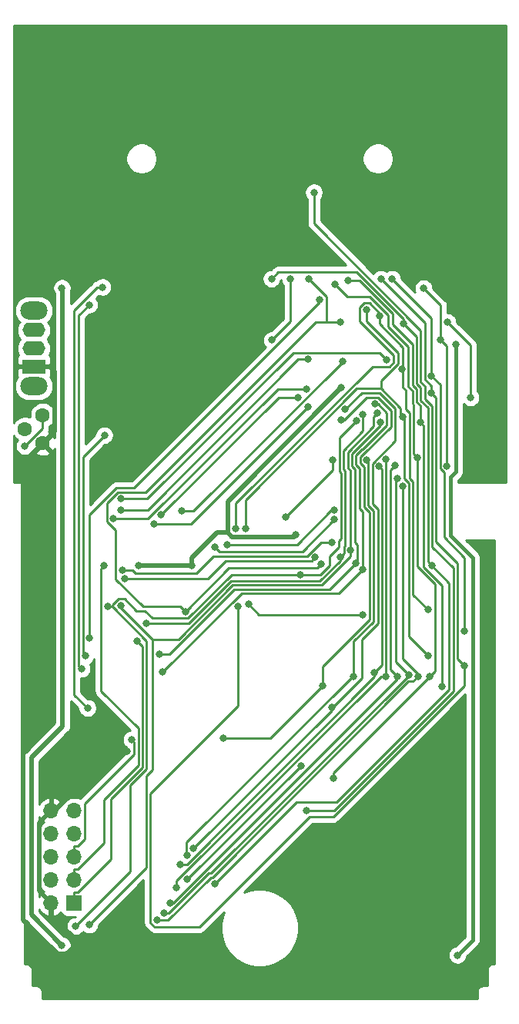
<source format=gbl>
%TF.GenerationSoftware,KiCad,Pcbnew,(5.1.10-1-10_14)*%
%TF.CreationDate,2023-03-17T01:48:03+08:00*%
%TF.ProjectId,GB_MemoryBackup_Mainboard,47425f4d-656d-46f7-9279-4261636b7570,1.1*%
%TF.SameCoordinates,Original*%
%TF.FileFunction,Copper,L2,Bot*%
%TF.FilePolarity,Positive*%
%FSLAX46Y46*%
G04 Gerber Fmt 4.6, Leading zero omitted, Abs format (unit mm)*
G04 Created by KiCad (PCBNEW (5.1.10-1-10_14)) date 2023-03-17 01:48:03*
%MOMM*%
%LPD*%
G01*
G04 APERTURE LIST*
%TA.AperFunction,ComponentPad*%
%ADD10C,1.600000*%
%TD*%
%TA.AperFunction,ComponentPad*%
%ADD11O,3.000000X2.000000*%
%TD*%
%TA.AperFunction,ComponentPad*%
%ADD12O,2.500000X1.600000*%
%TD*%
%TA.AperFunction,ComponentPad*%
%ADD13R,2.500000X1.600000*%
%TD*%
%TA.AperFunction,ComponentPad*%
%ADD14R,1.700000X1.700000*%
%TD*%
%TA.AperFunction,ComponentPad*%
%ADD15O,1.700000X1.700000*%
%TD*%
%TA.AperFunction,ViaPad*%
%ADD16C,0.800000*%
%TD*%
%TA.AperFunction,Conductor*%
%ADD17C,0.500000*%
%TD*%
%TA.AperFunction,Conductor*%
%ADD18C,0.400000*%
%TD*%
%TA.AperFunction,Conductor*%
%ADD19C,0.250000*%
%TD*%
%TA.AperFunction,Conductor*%
%ADD20C,0.254000*%
%TD*%
%TA.AperFunction,Conductor*%
%ADD21C,0.100000*%
%TD*%
G04 APERTURE END LIST*
D10*
%TO.P,SW2,3*%
%TO.N,N/C*%
X63795000Y-85090000D03*
%TO.P,SW2,1*%
%TO.N,/~SW_2*%
X65745000Y-83541000D03*
%TO.P,SW2,2*%
%TO.N,GND*%
X65745000Y-86639000D03*
%TD*%
D11*
%TO.P,SW1,4*%
%TO.N,N/C*%
X64770000Y-72050000D03*
%TO.P,SW1,5*%
X64770000Y-80350000D03*
D12*
%TO.P,SW1,3*%
X64770000Y-74200000D03*
%TO.P,SW1,2*%
%TO.N,/~SW_1*%
X64770000Y-76200000D03*
D13*
%TO.P,SW1,1*%
%TO.N,GND*%
X64770000Y-78200000D03*
%TD*%
D14*
%TO.P,J3,1*%
%TO.N,/TCK*%
X69215000Y-137160000D03*
D15*
%TO.P,J3,2*%
%TO.N,GND*%
X66675000Y-137160000D03*
%TO.P,J3,3*%
%TO.N,/TDO*%
X69215000Y-134620000D03*
%TO.P,J3,4*%
%TO.N,+5V*%
X66675000Y-134620000D03*
%TO.P,J3,5*%
%TO.N,/TMS*%
X69215000Y-132080000D03*
%TO.P,J3,6*%
%TO.N,N/C*%
X66675000Y-132080000D03*
%TO.P,J3,7*%
X69215000Y-129540000D03*
%TO.P,J3,8*%
X66675000Y-129540000D03*
%TO.P,J3,9*%
%TO.N,/TDI*%
X69215000Y-127000000D03*
%TO.P,J3,10*%
%TO.N,GND*%
X66675000Y-127000000D03*
%TD*%
D16*
%TO.N,+5V*%
X76271900Y-100082800D03*
X82162000Y-100082800D03*
X93580400Y-96710000D03*
X98566000Y-80532000D03*
%TO.N,GND*%
X113000000Y-145804500D03*
X75036700Y-120488500D03*
X73460200Y-119235100D03*
%TO.N,/AAudioIn*%
X111350000Y-142874000D03*
X111189700Y-75788800D03*
%TO.N,/AD7*%
X112785200Y-81606600D03*
X110260500Y-73316200D03*
X84706600Y-98009900D03*
X97830600Y-95007100D03*
%TO.N,/AD6*%
X86015800Y-97790700D03*
X97830600Y-94006700D03*
X110178200Y-89126000D03*
X109508000Y-75241300D03*
X107629700Y-69603000D03*
%TO.N,/AD5*%
X102800800Y-72656000D03*
X105232100Y-78505800D03*
X108127900Y-104909800D03*
X86989800Y-96025900D03*
%TO.N,/AD4*%
X104159100Y-68568900D03*
X108490600Y-79213200D03*
X112105600Y-107307500D03*
X88385200Y-104303900D03*
X100944700Y-105451300D03*
%TO.N,/AD3*%
X102923700Y-68568400D03*
X108487400Y-81101400D03*
X87208700Y-104542200D03*
X112107100Y-111110500D03*
%TO.N,/AD2*%
X101367200Y-71955300D03*
X108116000Y-109943600D03*
X105334600Y-83722500D03*
X88042100Y-96007100D03*
%TO.N,/AD1*%
X99350000Y-68740300D03*
X107235600Y-84345400D03*
X109688600Y-113385200D03*
%TO.N,/AD0*%
X97850000Y-69144200D03*
X97712800Y-123444400D03*
X106926300Y-88194400D03*
X108279900Y-112266600D03*
%TO.N,/AA14*%
X94777600Y-126974500D03*
X95568100Y-59066400D03*
%TO.N,/AA13*%
X98511800Y-73339900D03*
X81414400Y-105126400D03*
X96347200Y-99916900D03*
X95019100Y-68573800D03*
%TO.N,/AA12*%
X98533800Y-84044400D03*
X90931700Y-75292100D03*
X92957700Y-68567000D03*
X85619100Y-119060800D03*
X96546300Y-113310200D03*
%TO.N,/AA11*%
X78930500Y-111793700D03*
X102295000Y-82316000D03*
X100955200Y-100463300D03*
%TO.N,/AA10*%
X90900700Y-68553200D03*
X108508000Y-100059300D03*
X84674000Y-135051000D03*
X105436700Y-73477200D03*
%TO.N,/AA9*%
X78557400Y-109796700D03*
X102863200Y-84344800D03*
X100144500Y-99797500D03*
%TO.N,/AA8*%
X77117900Y-106413000D03*
X98439800Y-99097500D03*
X100964000Y-83436900D03*
%TO.N,/AA7*%
X82299200Y-131147500D03*
X99017700Y-82912400D03*
X97501100Y-115646700D03*
%TO.N,/AA6*%
X81618300Y-131881400D03*
X101357500Y-88466200D03*
X99937200Y-112225900D03*
%TO.N,/AA5*%
X92458300Y-94770700D03*
X97655300Y-88437700D03*
X81626600Y-134564400D03*
X94145000Y-122061300D03*
%TO.N,/AA4*%
X102713600Y-89161700D03*
X80847900Y-132888300D03*
X102235000Y-111827000D03*
%TO.N,/AA3*%
X103505000Y-88370500D03*
X80472300Y-135470600D03*
X103505000Y-112234400D03*
%TO.N,/AA2*%
X79718200Y-137145300D03*
X104478300Y-89081700D03*
X104775000Y-112261200D03*
%TO.N,/AA1*%
X79079900Y-138280500D03*
X104712300Y-90511400D03*
X105987700Y-112081100D03*
%TO.N,/AA0*%
X78332200Y-139028200D03*
X105286900Y-91351600D03*
X107006200Y-112255100D03*
%TO.N,/~ASRAM_CS*%
X70675500Y-115729400D03*
X72330400Y-69477700D03*
%TO.N,/~ARD*%
X74346000Y-104483100D03*
X70850000Y-139540900D03*
X99590500Y-98334600D03*
X102568800Y-83316400D03*
%TO.N,/~AWR*%
X72897800Y-104581700D03*
X100238700Y-84135300D03*
X94101500Y-101042800D03*
X69350000Y-139687200D03*
%TO.N,/ACLK*%
X67850000Y-141800600D03*
X67850000Y-69560900D03*
%TO.N,/AA15_T*%
X70910900Y-108024900D03*
X96215700Y-70845700D03*
%TO.N,/~ARD_T*%
X70012600Y-111436800D03*
X70850000Y-71410500D03*
%TO.N,/~AWR_T*%
X70435500Y-110004300D03*
X72529700Y-85744200D03*
%TO.N,/TCK*%
X76127800Y-108331800D03*
%TO.N,/TDO*%
X72516100Y-100038700D03*
%TO.N,/TMS*%
X75513800Y-119188200D03*
%TO.N,/~SW_2*%
X63777100Y-86944700D03*
%TO.N,/F010_A14*%
X95684400Y-99164900D03*
X74743900Y-101546800D03*
%TO.N,/~F_CE_010*%
X97575900Y-97491000D03*
X74479400Y-100546400D03*
%TO.N,/F040_A17*%
X94893900Y-77419600D03*
X74318000Y-93954400D03*
%TO.N,/F040_A14*%
X98730800Y-77643100D03*
X81028200Y-94094100D03*
%TO.N,/~F_CE_040*%
X103573200Y-77476200D03*
X74308700Y-92713900D03*
%TO.N,/F040_A15*%
X94909700Y-82667700D03*
X77998600Y-95496000D03*
%TO.N,/F040_A16*%
X93810500Y-81577300D03*
X78743000Y-94515400D03*
%TO.N,/F040_A18*%
X94764100Y-80645000D03*
X73509400Y-94920000D03*
%TD*%
D17*
%TO.N,+5V*%
X86083300Y-96450300D02*
X84913300Y-96450300D01*
X84913300Y-96450300D02*
X82162000Y-99201600D01*
X82162000Y-99201600D02*
X82162000Y-100082800D01*
X82162000Y-100082800D02*
X76271900Y-100082800D01*
X86083300Y-96450300D02*
X86559300Y-96926300D01*
X86559300Y-96926300D02*
X93364100Y-96926300D01*
X93364100Y-96926300D02*
X93580400Y-96710000D01*
X98566000Y-80532000D02*
X86083300Y-93014700D01*
X86083300Y-93014700D02*
X86083300Y-96450300D01*
%TO.N,GND*%
X73571700Y-120488500D02*
X73571700Y-119346600D01*
X73571700Y-119346600D02*
X73460200Y-119235100D01*
X66675000Y-127000000D02*
X67060200Y-127000000D01*
X67060200Y-127000000D02*
X73571700Y-120488500D01*
X73571700Y-120488500D02*
X75036700Y-120488500D01*
X69134700Y-141937000D02*
X68296100Y-142775600D01*
X68296100Y-142775600D02*
X67372100Y-142775600D01*
X67372100Y-142775600D02*
X63610400Y-139013900D01*
X63610400Y-139013900D02*
X63610400Y-88773600D01*
X63610400Y-88773600D02*
X65745000Y-86639000D01*
X113000000Y-145804500D02*
X73002200Y-145804500D01*
X73002200Y-145804500D02*
X69134700Y-141937000D01*
X66675000Y-138510300D02*
X69134700Y-140970000D01*
X69134700Y-140970000D02*
X69134700Y-141937000D01*
X66675000Y-127000000D02*
X65324600Y-128350400D01*
X65324600Y-128350400D02*
X65324600Y-135809600D01*
X65324600Y-135809600D02*
X66675000Y-137160000D01*
X66675000Y-137160000D02*
X66675000Y-138510300D01*
X66520300Y-78200000D02*
X67045500Y-78725200D01*
X67045500Y-78725200D02*
X67045500Y-85338500D01*
X67045500Y-85338500D02*
X65745000Y-86639000D01*
X64770000Y-78200000D02*
X66520300Y-78200000D01*
D18*
%TO.N,/AAudioIn*%
X111350000Y-142874000D02*
X113034500Y-141189500D01*
X113034500Y-141189500D02*
X113034500Y-99199900D01*
X113034500Y-99199900D02*
X110604600Y-96770000D01*
X110604600Y-96770000D02*
X110604600Y-90344500D01*
X110604600Y-90344500D02*
X111189700Y-89759400D01*
X111189700Y-89759400D02*
X111189700Y-75788800D01*
D19*
%TO.N,/AD7*%
X112785200Y-81606600D02*
X112785200Y-75840900D01*
X112785200Y-75840900D02*
X110260500Y-73316200D01*
X84706600Y-98009900D02*
X85212700Y-98516000D01*
X85212700Y-98516000D02*
X94321700Y-98516000D01*
X94321700Y-98516000D02*
X97830600Y-95007100D01*
%TO.N,/AD6*%
X109508000Y-75241300D02*
X110178200Y-75911500D01*
X110178200Y-75911500D02*
X110178200Y-89126000D01*
X107629700Y-69603000D02*
X109508000Y-71481300D01*
X109508000Y-71481300D02*
X109508000Y-75241300D01*
X86015800Y-97790700D02*
X93697000Y-97790700D01*
X93697000Y-97790700D02*
X97481000Y-94006700D01*
X97481000Y-94006700D02*
X97830600Y-94006700D01*
%TO.N,/AD5*%
X102800800Y-72656000D02*
X102800800Y-73514100D01*
X102800800Y-73514100D02*
X105369600Y-76082900D01*
X105369600Y-76082900D02*
X105369600Y-78505800D01*
X86989800Y-96025900D02*
X86989800Y-93212900D01*
X86989800Y-93212900D02*
X102001200Y-78201500D01*
X102001200Y-78201500D02*
X103873800Y-78201500D01*
X103873800Y-78201500D02*
X104354700Y-77720600D01*
X104354700Y-77720600D02*
X104354700Y-76923200D01*
X104354700Y-76923200D02*
X100626500Y-73195000D01*
X100626500Y-73195000D02*
X100626500Y-71670300D01*
X100626500Y-71670300D02*
X101078000Y-71218800D01*
X101078000Y-71218800D02*
X101656600Y-71218800D01*
X101656600Y-71218800D02*
X102800800Y-72363000D01*
X102800800Y-72363000D02*
X102800800Y-72656000D01*
X105369600Y-78505800D02*
X105232100Y-78505800D01*
X108127900Y-104909800D02*
X106462500Y-103244400D01*
X106462500Y-103244400D02*
X106462500Y-90864500D01*
X106462500Y-90864500D02*
X106060000Y-90462000D01*
X106060000Y-90462000D02*
X106060000Y-83290700D01*
X106060000Y-83290700D02*
X105661800Y-82892500D01*
X105661800Y-82892500D02*
X105661800Y-80801100D01*
X105661800Y-80801100D02*
X105369600Y-80508900D01*
X105369600Y-80508900D02*
X105369600Y-78505800D01*
%TO.N,/AD4*%
X108490600Y-79213200D02*
X108490600Y-72900400D01*
X108490600Y-72900400D02*
X104159100Y-68568900D01*
X100944700Y-105451300D02*
X89532600Y-105451300D01*
X89532600Y-105451300D02*
X88385200Y-104303900D01*
X108490600Y-79213200D02*
X109452900Y-80175500D01*
X109452900Y-80175500D02*
X109452900Y-89426400D01*
X109452900Y-89426400D02*
X109882500Y-89856000D01*
X109882500Y-89856000D02*
X109882600Y-89856000D01*
X109882600Y-89856000D02*
X109882600Y-96960700D01*
X109882600Y-96960700D02*
X112105600Y-99183700D01*
X112105600Y-99183700D02*
X112105600Y-107307500D01*
%TO.N,/AD3*%
X112107100Y-111110500D02*
X112107100Y-113266500D01*
X112107100Y-113266500D02*
X97714400Y-127659200D01*
X97714400Y-127659200D02*
X95118700Y-127659200D01*
X95118700Y-127659200D02*
X83004000Y-139773900D01*
X83004000Y-139773900D02*
X78032500Y-139773900D01*
X78032500Y-139773900D02*
X77594300Y-139335700D01*
X77594300Y-139335700D02*
X77594300Y-125093400D01*
X77594300Y-125093400D02*
X87208700Y-115479000D01*
X87208700Y-115479000D02*
X87208700Y-104542200D01*
X102923700Y-68568400D02*
X107758700Y-73403400D01*
X107758700Y-73403400D02*
X107758700Y-79600800D01*
X107758700Y-79600800D02*
X108487400Y-80329500D01*
X108487400Y-80329500D02*
X108487400Y-81101400D01*
X108487400Y-81101400D02*
X109002600Y-81616600D01*
X109002600Y-81616600D02*
X109002600Y-97466700D01*
X109002600Y-97466700D02*
X111337800Y-99801900D01*
X111337800Y-99801900D02*
X111337800Y-110341200D01*
X111337800Y-110341200D02*
X112107100Y-111110500D01*
%TO.N,/AD2*%
X101367200Y-71955300D02*
X101367200Y-73226300D01*
X101367200Y-73226300D02*
X104861900Y-76721000D01*
X104861900Y-76721000D02*
X104861900Y-77850300D01*
X104861900Y-77850300D02*
X102932900Y-79779300D01*
X102932900Y-79779300D02*
X102932900Y-80621000D01*
X102932900Y-80621000D02*
X105077300Y-82765400D01*
X105077300Y-82765400D02*
X105077300Y-83465200D01*
X105077300Y-83465200D02*
X105334600Y-83722500D01*
X108116000Y-109943600D02*
X106012200Y-107839800D01*
X106012200Y-107839800D02*
X106012200Y-91051100D01*
X106012200Y-91051100D02*
X105458600Y-90497500D01*
X105458600Y-90497500D02*
X105458600Y-83846500D01*
X105458600Y-83846500D02*
X105334600Y-83722500D01*
X88042100Y-96007100D02*
X88042100Y-92862300D01*
X88042100Y-92862300D02*
X100283400Y-80621000D01*
X100283400Y-80621000D02*
X102932900Y-80621000D01*
%TO.N,/AD1*%
X99350000Y-68740300D02*
X100548000Y-68740300D01*
X100548000Y-68740300D02*
X104196800Y-72389100D01*
X104196800Y-72389100D02*
X104196800Y-73556700D01*
X104196800Y-73556700D02*
X106407800Y-75767700D01*
X106407800Y-75767700D02*
X106407800Y-80273300D01*
X106407800Y-80273300D02*
X106837400Y-80702900D01*
X106837400Y-80702900D02*
X106837400Y-82101500D01*
X106837400Y-82101500D02*
X107235600Y-82499700D01*
X107235600Y-82499700D02*
X107235600Y-84345400D01*
X107235600Y-84345400D02*
X107651700Y-84761500D01*
X107651700Y-84761500D02*
X107651700Y-100228700D01*
X107651700Y-100228700D02*
X109688600Y-102265600D01*
X109688600Y-102265600D02*
X109688600Y-113385200D01*
%TO.N,/AD0*%
X97850000Y-69144200D02*
X99219800Y-70514000D01*
X99219800Y-70514000D02*
X101684800Y-70514000D01*
X101684800Y-70514000D02*
X103746500Y-72575700D01*
X103746500Y-72575700D02*
X103746500Y-73822800D01*
X103746500Y-73822800D02*
X105957500Y-76033800D01*
X105957500Y-76033800D02*
X105957500Y-80459900D01*
X105957500Y-80459900D02*
X106387100Y-80889500D01*
X106387100Y-80889500D02*
X106387100Y-82288100D01*
X106387100Y-82288100D02*
X106510300Y-82411300D01*
X106510300Y-82411300D02*
X106510300Y-87778400D01*
X106510300Y-87778400D02*
X106926300Y-88194400D01*
X108279900Y-112266600D02*
X108853700Y-111692800D01*
X108853700Y-111692800D02*
X108853700Y-102067600D01*
X108853700Y-102067600D02*
X106926300Y-100140200D01*
X106926300Y-100140200D02*
X106926300Y-88194400D01*
X108279900Y-112266600D02*
X97712800Y-122833700D01*
X97712800Y-122833700D02*
X97712800Y-123444400D01*
%TO.N,/AA14*%
X95568100Y-59066400D02*
X95568100Y-62486600D01*
X95568100Y-62486600D02*
X107308400Y-74226900D01*
X107308400Y-74226900D02*
X107308400Y-79900100D01*
X107308400Y-79900100D02*
X107758700Y-80350400D01*
X107758700Y-80350400D02*
X107758700Y-81748900D01*
X107758700Y-81748900D02*
X108552300Y-82542500D01*
X108552300Y-82542500D02*
X108552300Y-98028500D01*
X108552300Y-98028500D02*
X110887400Y-100363600D01*
X110887400Y-100363600D02*
X110887400Y-113849300D01*
X110887400Y-113849300D02*
X97762200Y-126974500D01*
X97762200Y-126974500D02*
X94777600Y-126974500D01*
%TO.N,/AA13*%
X96946800Y-73339900D02*
X98511800Y-73339900D01*
X96946800Y-73339900D02*
X95719200Y-73339900D01*
X95719200Y-73339900D02*
X77070500Y-91988600D01*
X77070500Y-91988600D02*
X74008300Y-91988600D01*
X74008300Y-91988600D02*
X72784100Y-93212800D01*
X72784100Y-93212800D02*
X72784100Y-95220400D01*
X72784100Y-95220400D02*
X73754000Y-96190300D01*
X73754000Y-96190300D02*
X73754000Y-101582800D01*
X73754000Y-101582800D02*
X76766300Y-104595100D01*
X76766300Y-104595100D02*
X80883100Y-104595100D01*
X80883100Y-104595100D02*
X81414400Y-105126400D01*
X96347200Y-99916900D02*
X95954400Y-100309700D01*
X95954400Y-100309700D02*
X86231100Y-100309700D01*
X86231100Y-100309700D02*
X81414400Y-105126400D01*
X95019100Y-68573800D02*
X96946800Y-70501500D01*
X96946800Y-70501500D02*
X96946800Y-73339900D01*
%TO.N,/AA12*%
X98533800Y-84044400D02*
X98911500Y-84044400D01*
X98911500Y-84044400D02*
X101365100Y-81590800D01*
X101365100Y-81590800D02*
X101365100Y-81590700D01*
X101365100Y-81590700D02*
X102605700Y-81590700D01*
X102605700Y-81590700D02*
X104038800Y-83023800D01*
X104038800Y-83023800D02*
X104038800Y-84831900D01*
X104038800Y-84831900D02*
X101129800Y-87740900D01*
X101129800Y-87740900D02*
X101057100Y-87740900D01*
X101057100Y-87740900D02*
X100632200Y-88165800D01*
X100632200Y-88165800D02*
X100632200Y-88766600D01*
X100632200Y-88766600D02*
X101076200Y-89210600D01*
X101076200Y-89210600D02*
X101076200Y-93618100D01*
X101076200Y-93618100D02*
X101680600Y-94222500D01*
X101680600Y-94222500D02*
X101680600Y-106021800D01*
X101680600Y-106021800D02*
X96546300Y-111156100D01*
X96546300Y-111156100D02*
X96546300Y-113310200D01*
X92957700Y-68567000D02*
X92957700Y-73266100D01*
X92957700Y-73266100D02*
X90931700Y-75292100D01*
X85619100Y-119060800D02*
X90795700Y-119060800D01*
X90795700Y-119060800D02*
X96546300Y-113310200D01*
%TO.N,/AA11*%
X100955200Y-100463300D02*
X98297300Y-103121200D01*
X98297300Y-103121200D02*
X87603000Y-103121200D01*
X87603000Y-103121200D02*
X78930500Y-111793700D01*
X102295000Y-82316000D02*
X102633200Y-82316000D01*
X102633200Y-82316000D02*
X103588500Y-83271300D01*
X103588500Y-83271300D02*
X103588500Y-84645300D01*
X103588500Y-84645300D02*
X100943200Y-87290600D01*
X100943200Y-87290600D02*
X100870500Y-87290600D01*
X100870500Y-87290600D02*
X100181900Y-87979200D01*
X100181900Y-87979200D02*
X100181900Y-88953200D01*
X100181900Y-88953200D02*
X100611200Y-89382500D01*
X100611200Y-89382500D02*
X100611200Y-93790000D01*
X100611200Y-93790000D02*
X100955200Y-94134000D01*
X100955200Y-94134000D02*
X100955200Y-100463300D01*
%TO.N,/AA10*%
X108508000Y-100059300D02*
X110437100Y-101988400D01*
X110437100Y-101988400D02*
X110437100Y-113662700D01*
X110437100Y-113662700D02*
X98042900Y-126056900D01*
X98042900Y-126056900D02*
X93668100Y-126056900D01*
X93668100Y-126056900D02*
X84674000Y-135051000D01*
X105436700Y-73477200D02*
X105436700Y-72992100D01*
X105436700Y-72992100D02*
X100277300Y-67832700D01*
X100277300Y-67832700D02*
X91621200Y-67832700D01*
X91621200Y-67832700D02*
X90900700Y-68553200D01*
X105436700Y-73477200D02*
X106858100Y-74898600D01*
X106858100Y-74898600D02*
X106858100Y-80086700D01*
X106858100Y-80086700D02*
X107308300Y-80536900D01*
X107308300Y-80536900D02*
X107308300Y-81935500D01*
X107308300Y-81935500D02*
X108102000Y-82729200D01*
X108102000Y-82729200D02*
X108102000Y-99653300D01*
X108102000Y-99653300D02*
X108508000Y-100059300D01*
%TO.N,/AA9*%
X100144500Y-99797500D02*
X97273300Y-102668700D01*
X97273300Y-102668700D02*
X86809000Y-102668700D01*
X86809000Y-102668700D02*
X79681000Y-109796700D01*
X79681000Y-109796700D02*
X78557400Y-109796700D01*
X102863200Y-84344800D02*
X102863200Y-84661000D01*
X102863200Y-84661000D02*
X99731600Y-87792600D01*
X99731600Y-87792600D02*
X99731600Y-89139800D01*
X99731600Y-89139800D02*
X100101700Y-89509900D01*
X100101700Y-89509900D02*
X100101700Y-97544900D01*
X100101700Y-97544900D02*
X100367700Y-97810900D01*
X100367700Y-97810900D02*
X100367700Y-99574300D01*
X100367700Y-99574300D02*
X100144500Y-99797500D01*
%TO.N,/AA8*%
X98439800Y-99097500D02*
X98439800Y-99554500D01*
X98439800Y-99554500D02*
X96226200Y-101768100D01*
X96226200Y-101768100D02*
X86435700Y-101768100D01*
X86435700Y-101768100D02*
X81790800Y-106413000D01*
X81790800Y-106413000D02*
X77117900Y-106413000D01*
X100964000Y-83436900D02*
X100964000Y-85286400D01*
X100964000Y-85286400D02*
X98831000Y-87419400D01*
X98831000Y-87419400D02*
X98831000Y-89513000D01*
X98831000Y-89513000D02*
X99006300Y-89688300D01*
X99006300Y-89688300D02*
X99006300Y-97859000D01*
X99006300Y-97859000D02*
X98865100Y-98000200D01*
X98865100Y-98000200D02*
X98865100Y-98672200D01*
X98865100Y-98672200D02*
X98439800Y-99097500D01*
%TO.N,/AA7*%
X97501100Y-115646700D02*
X97501100Y-115945600D01*
X97501100Y-115945600D02*
X82299200Y-131147500D01*
X99017700Y-82912400D02*
X100821500Y-81108600D01*
X100821500Y-81108600D02*
X102764000Y-81108600D01*
X102764000Y-81108600D02*
X104489100Y-82833700D01*
X104489100Y-82833700D02*
X104489100Y-86360500D01*
X104489100Y-86360500D02*
X101988300Y-88861300D01*
X101988300Y-88861300D02*
X101988300Y-93256400D01*
X101988300Y-93256400D02*
X102581200Y-93849300D01*
X102581200Y-93849300D02*
X102581200Y-106395000D01*
X102581200Y-106395000D02*
X100810500Y-108165700D01*
X100810500Y-108165700D02*
X100810500Y-112448100D01*
X100810500Y-112448100D02*
X97611900Y-115646700D01*
X97611900Y-115646700D02*
X97501100Y-115646700D01*
%TO.N,/AA6*%
X99937200Y-112225900D02*
X99830700Y-112225900D01*
X99830700Y-112225900D02*
X81573900Y-130482700D01*
X81573900Y-130482700D02*
X81573900Y-131837000D01*
X81573900Y-131837000D02*
X81618300Y-131881400D01*
X101357500Y-88466200D02*
X101538000Y-88646700D01*
X101538000Y-88646700D02*
X101538000Y-93443000D01*
X101538000Y-93443000D02*
X102130900Y-94035900D01*
X102130900Y-94035900D02*
X102130900Y-106208400D01*
X102130900Y-106208400D02*
X99937200Y-108402100D01*
X99937200Y-108402100D02*
X99937200Y-112225900D01*
%TO.N,/AA5*%
X92458300Y-94770700D02*
X97655300Y-89573700D01*
X97655300Y-89573700D02*
X97655300Y-88437700D01*
X94145000Y-122061300D02*
X81641900Y-134564400D01*
X81641900Y-134564400D02*
X81626600Y-134564400D01*
%TO.N,/AA4*%
X102235000Y-111827000D02*
X103032100Y-111029900D01*
X103032100Y-111029900D02*
X103032100Y-89480200D01*
X103032100Y-89480200D02*
X102713600Y-89161700D01*
X80847900Y-132888300D02*
X81637500Y-132888300D01*
X81637500Y-132888300D02*
X102235000Y-112290800D01*
X102235000Y-112290800D02*
X102235000Y-111827000D01*
%TO.N,/AA3*%
X103505000Y-112234400D02*
X103505000Y-88370500D01*
X103505000Y-112234400D02*
X102928300Y-112234400D01*
X102928300Y-112234400D02*
X80472300Y-134690400D01*
X80472300Y-134690400D02*
X80472300Y-135470600D01*
%TO.N,/AA2*%
X104744400Y-112261200D02*
X104744400Y-112527400D01*
X104744400Y-112527400D02*
X80126500Y-137145300D01*
X80126500Y-137145300D02*
X79718200Y-137145300D01*
X104478300Y-89081700D02*
X103955400Y-89604600D01*
X103955400Y-89604600D02*
X103955400Y-111472200D01*
X103955400Y-111472200D02*
X104744400Y-112261200D01*
X104775000Y-112261200D02*
X104744400Y-112261200D01*
%TO.N,/AA1*%
X79079900Y-138280500D02*
X79628200Y-138280500D01*
X79628200Y-138280500D02*
X84033300Y-133875400D01*
X84033300Y-133875400D02*
X84247400Y-133875400D01*
X84247400Y-133875400D02*
X105975000Y-112147800D01*
X105975000Y-112147800D02*
X105975000Y-112081100D01*
X105975000Y-112081100D02*
X104538900Y-110645000D01*
X104538900Y-110645000D02*
X104538900Y-90684800D01*
X104538900Y-90684800D02*
X104712300Y-90511400D01*
X105975000Y-112081100D02*
X105987700Y-112081100D01*
%TO.N,/AA0*%
X78332200Y-139028200D02*
X79534400Y-139028200D01*
X79534400Y-139028200D02*
X84236900Y-134325700D01*
X84236900Y-134325700D02*
X84434000Y-134325700D01*
X84434000Y-134325700D02*
X105953200Y-112806500D01*
X105953200Y-112806500D02*
X106454800Y-112806500D01*
X106454800Y-112806500D02*
X107006200Y-112255100D01*
X107006200Y-112255100D02*
X107006200Y-112012500D01*
X107006200Y-112012500D02*
X105286900Y-110293200D01*
X105286900Y-110293200D02*
X105286900Y-91351600D01*
%TO.N,/~ASRAM_CS*%
X72330400Y-69477700D02*
X71733600Y-69477700D01*
X71733600Y-69477700D02*
X69208800Y-72002500D01*
X69208800Y-72002500D02*
X69208800Y-114262700D01*
X69208800Y-114262700D02*
X70675500Y-115729400D01*
%TO.N,/~ARD*%
X99590500Y-98334600D02*
X99590500Y-99093900D01*
X99590500Y-99093900D02*
X96466000Y-102218400D01*
X96466000Y-102218400D02*
X86622300Y-102218400D01*
X86622300Y-102218400D02*
X80673400Y-108167300D01*
X80673400Y-108167300D02*
X77813500Y-108167300D01*
X77813500Y-108167300D02*
X74346100Y-104699900D01*
X74346100Y-104699900D02*
X74346100Y-104483100D01*
X74346100Y-104483100D02*
X74346000Y-104483100D01*
X77813500Y-108167300D02*
X77813500Y-122544500D01*
X77813500Y-122544500D02*
X77143900Y-123214100D01*
X77143900Y-123214100D02*
X77143900Y-133247000D01*
X77143900Y-133247000D02*
X70850000Y-139540900D01*
X102568800Y-83316400D02*
X102137800Y-83747400D01*
X102137800Y-83747400D02*
X102137800Y-84749500D01*
X102137800Y-84749500D02*
X99281300Y-87606000D01*
X99281300Y-87606000D02*
X99281300Y-89326400D01*
X99281300Y-89326400D02*
X99590500Y-89635600D01*
X99590500Y-89635600D02*
X99590500Y-98334600D01*
%TO.N,/~AWR*%
X69350000Y-139687200D02*
X75328200Y-133709000D01*
X75328200Y-133709000D02*
X75328300Y-133709000D01*
X75328300Y-133709000D02*
X75328300Y-124235100D01*
X75328300Y-124235100D02*
X77162900Y-122400500D01*
X77162900Y-122400500D02*
X77162900Y-108326000D01*
X77162900Y-108326000D02*
X73418600Y-104581700D01*
X72897800Y-104581700D02*
X73418600Y-104581700D01*
X94101500Y-101042800D02*
X86524100Y-101042800D01*
X86524100Y-101042800D02*
X81712800Y-105854100D01*
X81712800Y-105854100D02*
X77803700Y-105854100D01*
X77803700Y-105854100D02*
X76995000Y-105045400D01*
X76995000Y-105045400D02*
X76062300Y-105045400D01*
X76062300Y-105045400D02*
X74745400Y-103728500D01*
X74745400Y-103728500D02*
X74058500Y-103728500D01*
X74058500Y-103728500D02*
X73418600Y-104368400D01*
X73418600Y-104368400D02*
X73418600Y-104581700D01*
X100238700Y-84135300D02*
X98380700Y-85993300D01*
X98380700Y-85993300D02*
X98380700Y-89699600D01*
X98380700Y-89699600D02*
X98556000Y-89874900D01*
X98556000Y-89874900D02*
X98556000Y-97127100D01*
X98556000Y-97127100D02*
X98301300Y-97381800D01*
X98301300Y-97381800D02*
X98301300Y-98018600D01*
X98301300Y-98018600D02*
X97264200Y-99055700D01*
X97264200Y-99055700D02*
X97264200Y-100040100D01*
X97264200Y-100040100D02*
X96261500Y-101042800D01*
X96261500Y-101042800D02*
X94101500Y-101042800D01*
D17*
%TO.N,/ACLK*%
X67850000Y-141800600D02*
X64480400Y-138431000D01*
X64480400Y-138431000D02*
X64480400Y-121184600D01*
X64480400Y-121184600D02*
X67939500Y-117725500D01*
X67939500Y-117725500D02*
X67939500Y-69650400D01*
X67939500Y-69650400D02*
X67850000Y-69560900D01*
D19*
%TO.N,/AA15_T*%
X96215700Y-70845700D02*
X96215700Y-71126500D01*
X96215700Y-71126500D02*
X75803900Y-91538300D01*
X75803900Y-91538300D02*
X73821700Y-91538300D01*
X73821700Y-91538300D02*
X70910900Y-94449100D01*
X70910900Y-94449100D02*
X70910900Y-108024900D01*
%TO.N,/~ARD_T*%
X70012600Y-111436800D02*
X69706100Y-111130300D01*
X69706100Y-111130300D02*
X69706100Y-72554400D01*
X69706100Y-72554400D02*
X70850000Y-71410500D01*
%TO.N,/~AWR_T*%
X72529700Y-85744200D02*
X70156400Y-88117500D01*
X70156400Y-88117500D02*
X70156400Y-109725200D01*
X70156400Y-109725200D02*
X70435500Y-110004300D01*
%TO.N,/TCK*%
X69215000Y-135984700D02*
X69582300Y-135984700D01*
X69582300Y-135984700D02*
X73226700Y-132340300D01*
X73226700Y-132340300D02*
X73226700Y-125699800D01*
X73226700Y-125699800D02*
X76712600Y-122213900D01*
X76712600Y-122213900D02*
X76712600Y-108916600D01*
X76712600Y-108916600D02*
X76127800Y-108331800D01*
X69215000Y-137160000D02*
X69215000Y-135984700D01*
%TO.N,/TDO*%
X69215000Y-133444700D02*
X69582400Y-133444700D01*
X69582400Y-133444700D02*
X72512700Y-130514400D01*
X72512700Y-130514400D02*
X72512700Y-125776900D01*
X72512700Y-125776900D02*
X76262300Y-122027300D01*
X76262300Y-122027300D02*
X76262300Y-117954100D01*
X76262300Y-117954100D02*
X72172500Y-113864300D01*
X72172500Y-113864300D02*
X72172500Y-100382300D01*
X72172500Y-100382300D02*
X72516100Y-100038700D01*
X69215000Y-134620000D02*
X69215000Y-133444700D01*
%TO.N,/TMS*%
X69215000Y-130904700D02*
X69582400Y-130904700D01*
X69582400Y-130904700D02*
X70390300Y-130096800D01*
X70390300Y-130096800D02*
X70390300Y-126231400D01*
X70390300Y-126231400D02*
X75812000Y-120809700D01*
X75812000Y-120809700D02*
X75812000Y-119486400D01*
X75812000Y-119486400D02*
X75513800Y-119188200D01*
X69215000Y-132080000D02*
X69215000Y-130904700D01*
%TO.N,/~SW_2*%
X65745000Y-83541000D02*
X65745000Y-84976800D01*
X65745000Y-84976800D02*
X63777100Y-86944700D01*
%TO.N,/F010_A14*%
X95684400Y-99164900D02*
X95297300Y-99552000D01*
X95297300Y-99552000D02*
X85871800Y-99552000D01*
X85871800Y-99552000D02*
X83877000Y-101546800D01*
X83877000Y-101546800D02*
X74743900Y-101546800D01*
%TO.N,/~F_CE_010*%
X74479400Y-100546400D02*
X75639100Y-100546400D01*
X75639100Y-100546400D02*
X75980000Y-100887300D01*
X75980000Y-100887300D02*
X82625800Y-100887300D01*
X82625800Y-100887300D02*
X84490800Y-99022300D01*
X84490800Y-99022300D02*
X94801400Y-99022300D01*
X94801400Y-99022300D02*
X94801400Y-99022200D01*
X94801400Y-99022200D02*
X96332600Y-97491000D01*
X96332600Y-97491000D02*
X97575900Y-97491000D01*
%TO.N,/F040_A17*%
X74318000Y-93954400D02*
X77287500Y-93954400D01*
X77287500Y-93954400D02*
X93822300Y-77419600D01*
X93822300Y-77419600D02*
X94893900Y-77419600D01*
%TO.N,/F040_A14*%
X98730800Y-77643100D02*
X98730800Y-77704100D01*
X98730800Y-77704100D02*
X82340800Y-94094100D01*
X82340800Y-94094100D02*
X81028200Y-94094100D01*
%TO.N,/~F_CE_040*%
X103573200Y-77476200D02*
X102777400Y-76680400D01*
X102777400Y-76680400D02*
X93287700Y-76680400D01*
X93287700Y-76680400D02*
X77254200Y-92713900D01*
X77254200Y-92713900D02*
X74308700Y-92713900D01*
%TO.N,/F040_A15*%
X94909700Y-82667700D02*
X82081400Y-95496000D01*
X82081400Y-95496000D02*
X77998600Y-95496000D01*
%TO.N,/F040_A16*%
X78743000Y-94515400D02*
X91681100Y-81577300D01*
X91681100Y-81577300D02*
X93810500Y-81577300D01*
%TO.N,/F040_A18*%
X73509400Y-94920000D02*
X77309800Y-94920000D01*
X77309800Y-94920000D02*
X91584800Y-80645000D01*
X91584800Y-80645000D02*
X94764100Y-80645000D01*
%TD*%
D20*
%TO.N,GND*%
X115415001Y-143815000D02*
X115333647Y-143815000D01*
X115300000Y-143811686D01*
X115266353Y-143815000D01*
X115165717Y-143824912D01*
X115036594Y-143864081D01*
X114917593Y-143927688D01*
X114813289Y-144013289D01*
X114727688Y-144117593D01*
X114664081Y-144236594D01*
X114624912Y-144365717D01*
X114611686Y-144500000D01*
X114615001Y-144533657D01*
X114615000Y-146215000D01*
X114233647Y-146215000D01*
X114200000Y-146211686D01*
X114166353Y-146215000D01*
X114065717Y-146224912D01*
X113936594Y-146264081D01*
X113817593Y-146327688D01*
X113713289Y-146413289D01*
X113627688Y-146517593D01*
X113564081Y-146636594D01*
X113524912Y-146765717D01*
X113511686Y-146900000D01*
X113515001Y-146933657D01*
X113515001Y-147637500D01*
X65685000Y-147637500D01*
X65685000Y-146933646D01*
X65688314Y-146900000D01*
X65675088Y-146765717D01*
X65635919Y-146636594D01*
X65572312Y-146517593D01*
X65486711Y-146413289D01*
X65382407Y-146327688D01*
X65263406Y-146264081D01*
X65134283Y-146224912D01*
X65033647Y-146215000D01*
X65000000Y-146211686D01*
X64966353Y-146215000D01*
X64585000Y-146215000D01*
X64585000Y-144533646D01*
X64588314Y-144500000D01*
X64575088Y-144365717D01*
X64535919Y-144236594D01*
X64472312Y-144117593D01*
X64386711Y-144013289D01*
X64282407Y-143927688D01*
X64163406Y-143864081D01*
X64034283Y-143824912D01*
X63933647Y-143815000D01*
X63900000Y-143811686D01*
X63866353Y-143815000D01*
X63785000Y-143815000D01*
X63785000Y-138978685D01*
X63851583Y-139059817D01*
X63885356Y-139087534D01*
X66843465Y-142045644D01*
X66854774Y-142102498D01*
X66932795Y-142290856D01*
X67046063Y-142460374D01*
X67190226Y-142604537D01*
X67359744Y-142717805D01*
X67548102Y-142795826D01*
X67748061Y-142835600D01*
X67951939Y-142835600D01*
X68151898Y-142795826D01*
X68340256Y-142717805D01*
X68509774Y-142604537D01*
X68653937Y-142460374D01*
X68767205Y-142290856D01*
X68845226Y-142102498D01*
X68885000Y-141902539D01*
X68885000Y-141698661D01*
X68845226Y-141498702D01*
X68767205Y-141310344D01*
X68653937Y-141140826D01*
X68509774Y-140996663D01*
X68340256Y-140883395D01*
X68151898Y-140805374D01*
X68095044Y-140794065D01*
X65365400Y-138064422D01*
X65365400Y-137847226D01*
X65403359Y-137926920D01*
X65577412Y-138160269D01*
X65793645Y-138355178D01*
X66043748Y-138504157D01*
X66318109Y-138601481D01*
X66548000Y-138480814D01*
X66548000Y-137287000D01*
X66528000Y-137287000D01*
X66528000Y-137033000D01*
X66548000Y-137033000D01*
X66548000Y-137013000D01*
X66802000Y-137013000D01*
X66802000Y-137033000D01*
X66822000Y-137033000D01*
X66822000Y-137287000D01*
X66802000Y-137287000D01*
X66802000Y-138480814D01*
X67031891Y-138601481D01*
X67306252Y-138504157D01*
X67556355Y-138355178D01*
X67752502Y-138178374D01*
X67775498Y-138254180D01*
X67834463Y-138364494D01*
X67913815Y-138461185D01*
X68010506Y-138540537D01*
X68120820Y-138599502D01*
X68240518Y-138635812D01*
X68365000Y-138648072D01*
X69314327Y-138648072D01*
X69310199Y-138652200D01*
X69248061Y-138652200D01*
X69048102Y-138691974D01*
X68859744Y-138769995D01*
X68690226Y-138883263D01*
X68546063Y-139027426D01*
X68432795Y-139196944D01*
X68354774Y-139385302D01*
X68315000Y-139585261D01*
X68315000Y-139789139D01*
X68354774Y-139989098D01*
X68432795Y-140177456D01*
X68546063Y-140346974D01*
X68690226Y-140491137D01*
X68859744Y-140604405D01*
X69048102Y-140682426D01*
X69248061Y-140722200D01*
X69451939Y-140722200D01*
X69651898Y-140682426D01*
X69840256Y-140604405D01*
X70009774Y-140491137D01*
X70153937Y-140346974D01*
X70169328Y-140323939D01*
X70190226Y-140344837D01*
X70359744Y-140458105D01*
X70548102Y-140536126D01*
X70748061Y-140575900D01*
X70951939Y-140575900D01*
X71151898Y-140536126D01*
X71340256Y-140458105D01*
X71509774Y-140344837D01*
X71653937Y-140200674D01*
X71767205Y-140031156D01*
X71845226Y-139842798D01*
X71885000Y-139642839D01*
X71885000Y-139580701D01*
X76834300Y-134631402D01*
X76834300Y-139298378D01*
X76830624Y-139335700D01*
X76834300Y-139373022D01*
X76834300Y-139373032D01*
X76845297Y-139484685D01*
X76870631Y-139568201D01*
X76888754Y-139627946D01*
X76959326Y-139759976D01*
X76982489Y-139788200D01*
X77054299Y-139875701D01*
X77083302Y-139899503D01*
X77468700Y-140284902D01*
X77492499Y-140313901D01*
X77608224Y-140408874D01*
X77740253Y-140479446D01*
X77883514Y-140522903D01*
X77995167Y-140533900D01*
X77995176Y-140533900D01*
X78032499Y-140537576D01*
X78069822Y-140533900D01*
X82966678Y-140533900D01*
X83004000Y-140537576D01*
X83041322Y-140533900D01*
X83041333Y-140533900D01*
X83152986Y-140522903D01*
X83296247Y-140479446D01*
X83428276Y-140408874D01*
X83544001Y-140313901D01*
X83567804Y-140284897D01*
X85676944Y-138175757D01*
X85480372Y-138650324D01*
X85315730Y-139478036D01*
X85315730Y-140321964D01*
X85480372Y-141149676D01*
X85803329Y-141929363D01*
X86272190Y-142631063D01*
X86868937Y-143227810D01*
X87570637Y-143696671D01*
X88350324Y-144019628D01*
X89178036Y-144184270D01*
X90021964Y-144184270D01*
X90849676Y-144019628D01*
X91629363Y-143696671D01*
X92331063Y-143227810D01*
X92927810Y-142631063D01*
X93396671Y-141929363D01*
X93719628Y-141149676D01*
X93884270Y-140321964D01*
X93884270Y-139478036D01*
X93719628Y-138650324D01*
X93396671Y-137870637D01*
X92927810Y-137168937D01*
X92331063Y-136572190D01*
X91629363Y-136103329D01*
X90849676Y-135780372D01*
X90021964Y-135615730D01*
X89178036Y-135615730D01*
X88350324Y-135780372D01*
X87875757Y-135976944D01*
X95433502Y-128419200D01*
X97677078Y-128419200D01*
X97714400Y-128422876D01*
X97751722Y-128419200D01*
X97751733Y-128419200D01*
X97863386Y-128408203D01*
X98006647Y-128364746D01*
X98138676Y-128294174D01*
X98254401Y-128199201D01*
X98278204Y-128170197D01*
X112199501Y-114248901D01*
X112199500Y-140843631D01*
X111193225Y-141849907D01*
X111048102Y-141878774D01*
X110859744Y-141956795D01*
X110690226Y-142070063D01*
X110546063Y-142214226D01*
X110432795Y-142383744D01*
X110354774Y-142572102D01*
X110315000Y-142772061D01*
X110315000Y-142975939D01*
X110354774Y-143175898D01*
X110432795Y-143364256D01*
X110546063Y-143533774D01*
X110690226Y-143677937D01*
X110859744Y-143791205D01*
X111048102Y-143869226D01*
X111248061Y-143909000D01*
X111451939Y-143909000D01*
X111651898Y-143869226D01*
X111840256Y-143791205D01*
X112009774Y-143677937D01*
X112153937Y-143533774D01*
X112267205Y-143364256D01*
X112345226Y-143175898D01*
X112374093Y-143030775D01*
X113595933Y-141808936D01*
X113627791Y-141782791D01*
X113655313Y-141749256D01*
X113732136Y-141655646D01*
X113809672Y-141510587D01*
X113813277Y-141498702D01*
X113857418Y-141353189D01*
X113869500Y-141230519D01*
X113869500Y-141230518D01*
X113873540Y-141189500D01*
X113869500Y-141148482D01*
X113869500Y-99240918D01*
X113873540Y-99199900D01*
X113865818Y-99121495D01*
X113857418Y-99036211D01*
X113809672Y-98878813D01*
X113732136Y-98733754D01*
X113627791Y-98606609D01*
X113595932Y-98580463D01*
X112300468Y-97285000D01*
X115415000Y-97285000D01*
X115415001Y-143815000D01*
%TA.AperFunction,Conductor*%
D21*
G36*
X115415001Y-143815000D02*
G01*
X115333647Y-143815000D01*
X115300000Y-143811686D01*
X115266353Y-143815000D01*
X115165717Y-143824912D01*
X115036594Y-143864081D01*
X114917593Y-143927688D01*
X114813289Y-144013289D01*
X114727688Y-144117593D01*
X114664081Y-144236594D01*
X114624912Y-144365717D01*
X114611686Y-144500000D01*
X114615001Y-144533657D01*
X114615000Y-146215000D01*
X114233647Y-146215000D01*
X114200000Y-146211686D01*
X114166353Y-146215000D01*
X114065717Y-146224912D01*
X113936594Y-146264081D01*
X113817593Y-146327688D01*
X113713289Y-146413289D01*
X113627688Y-146517593D01*
X113564081Y-146636594D01*
X113524912Y-146765717D01*
X113511686Y-146900000D01*
X113515001Y-146933657D01*
X113515001Y-147637500D01*
X65685000Y-147637500D01*
X65685000Y-146933646D01*
X65688314Y-146900000D01*
X65675088Y-146765717D01*
X65635919Y-146636594D01*
X65572312Y-146517593D01*
X65486711Y-146413289D01*
X65382407Y-146327688D01*
X65263406Y-146264081D01*
X65134283Y-146224912D01*
X65033647Y-146215000D01*
X65000000Y-146211686D01*
X64966353Y-146215000D01*
X64585000Y-146215000D01*
X64585000Y-144533646D01*
X64588314Y-144500000D01*
X64575088Y-144365717D01*
X64535919Y-144236594D01*
X64472312Y-144117593D01*
X64386711Y-144013289D01*
X64282407Y-143927688D01*
X64163406Y-143864081D01*
X64034283Y-143824912D01*
X63933647Y-143815000D01*
X63900000Y-143811686D01*
X63866353Y-143815000D01*
X63785000Y-143815000D01*
X63785000Y-138978685D01*
X63851583Y-139059817D01*
X63885356Y-139087534D01*
X66843465Y-142045644D01*
X66854774Y-142102498D01*
X66932795Y-142290856D01*
X67046063Y-142460374D01*
X67190226Y-142604537D01*
X67359744Y-142717805D01*
X67548102Y-142795826D01*
X67748061Y-142835600D01*
X67951939Y-142835600D01*
X68151898Y-142795826D01*
X68340256Y-142717805D01*
X68509774Y-142604537D01*
X68653937Y-142460374D01*
X68767205Y-142290856D01*
X68845226Y-142102498D01*
X68885000Y-141902539D01*
X68885000Y-141698661D01*
X68845226Y-141498702D01*
X68767205Y-141310344D01*
X68653937Y-141140826D01*
X68509774Y-140996663D01*
X68340256Y-140883395D01*
X68151898Y-140805374D01*
X68095044Y-140794065D01*
X65365400Y-138064422D01*
X65365400Y-137847226D01*
X65403359Y-137926920D01*
X65577412Y-138160269D01*
X65793645Y-138355178D01*
X66043748Y-138504157D01*
X66318109Y-138601481D01*
X66548000Y-138480814D01*
X66548000Y-137287000D01*
X66528000Y-137287000D01*
X66528000Y-137033000D01*
X66548000Y-137033000D01*
X66548000Y-137013000D01*
X66802000Y-137013000D01*
X66802000Y-137033000D01*
X66822000Y-137033000D01*
X66822000Y-137287000D01*
X66802000Y-137287000D01*
X66802000Y-138480814D01*
X67031891Y-138601481D01*
X67306252Y-138504157D01*
X67556355Y-138355178D01*
X67752502Y-138178374D01*
X67775498Y-138254180D01*
X67834463Y-138364494D01*
X67913815Y-138461185D01*
X68010506Y-138540537D01*
X68120820Y-138599502D01*
X68240518Y-138635812D01*
X68365000Y-138648072D01*
X69314327Y-138648072D01*
X69310199Y-138652200D01*
X69248061Y-138652200D01*
X69048102Y-138691974D01*
X68859744Y-138769995D01*
X68690226Y-138883263D01*
X68546063Y-139027426D01*
X68432795Y-139196944D01*
X68354774Y-139385302D01*
X68315000Y-139585261D01*
X68315000Y-139789139D01*
X68354774Y-139989098D01*
X68432795Y-140177456D01*
X68546063Y-140346974D01*
X68690226Y-140491137D01*
X68859744Y-140604405D01*
X69048102Y-140682426D01*
X69248061Y-140722200D01*
X69451939Y-140722200D01*
X69651898Y-140682426D01*
X69840256Y-140604405D01*
X70009774Y-140491137D01*
X70153937Y-140346974D01*
X70169328Y-140323939D01*
X70190226Y-140344837D01*
X70359744Y-140458105D01*
X70548102Y-140536126D01*
X70748061Y-140575900D01*
X70951939Y-140575900D01*
X71151898Y-140536126D01*
X71340256Y-140458105D01*
X71509774Y-140344837D01*
X71653937Y-140200674D01*
X71767205Y-140031156D01*
X71845226Y-139842798D01*
X71885000Y-139642839D01*
X71885000Y-139580701D01*
X76834300Y-134631402D01*
X76834300Y-139298378D01*
X76830624Y-139335700D01*
X76834300Y-139373022D01*
X76834300Y-139373032D01*
X76845297Y-139484685D01*
X76870631Y-139568201D01*
X76888754Y-139627946D01*
X76959326Y-139759976D01*
X76982489Y-139788200D01*
X77054299Y-139875701D01*
X77083302Y-139899503D01*
X77468700Y-140284902D01*
X77492499Y-140313901D01*
X77608224Y-140408874D01*
X77740253Y-140479446D01*
X77883514Y-140522903D01*
X77995167Y-140533900D01*
X77995176Y-140533900D01*
X78032499Y-140537576D01*
X78069822Y-140533900D01*
X82966678Y-140533900D01*
X83004000Y-140537576D01*
X83041322Y-140533900D01*
X83041333Y-140533900D01*
X83152986Y-140522903D01*
X83296247Y-140479446D01*
X83428276Y-140408874D01*
X83544001Y-140313901D01*
X83567804Y-140284897D01*
X85676944Y-138175757D01*
X85480372Y-138650324D01*
X85315730Y-139478036D01*
X85315730Y-140321964D01*
X85480372Y-141149676D01*
X85803329Y-141929363D01*
X86272190Y-142631063D01*
X86868937Y-143227810D01*
X87570637Y-143696671D01*
X88350324Y-144019628D01*
X89178036Y-144184270D01*
X90021964Y-144184270D01*
X90849676Y-144019628D01*
X91629363Y-143696671D01*
X92331063Y-143227810D01*
X92927810Y-142631063D01*
X93396671Y-141929363D01*
X93719628Y-141149676D01*
X93884270Y-140321964D01*
X93884270Y-139478036D01*
X93719628Y-138650324D01*
X93396671Y-137870637D01*
X92927810Y-137168937D01*
X92331063Y-136572190D01*
X91629363Y-136103329D01*
X90849676Y-135780372D01*
X90021964Y-135615730D01*
X89178036Y-135615730D01*
X88350324Y-135780372D01*
X87875757Y-135976944D01*
X95433502Y-128419200D01*
X97677078Y-128419200D01*
X97714400Y-128422876D01*
X97751722Y-128419200D01*
X97751733Y-128419200D01*
X97863386Y-128408203D01*
X98006647Y-128364746D01*
X98138676Y-128294174D01*
X98254401Y-128199201D01*
X98278204Y-128170197D01*
X112199501Y-114248901D01*
X112199500Y-140843631D01*
X111193225Y-141849907D01*
X111048102Y-141878774D01*
X110859744Y-141956795D01*
X110690226Y-142070063D01*
X110546063Y-142214226D01*
X110432795Y-142383744D01*
X110354774Y-142572102D01*
X110315000Y-142772061D01*
X110315000Y-142975939D01*
X110354774Y-143175898D01*
X110432795Y-143364256D01*
X110546063Y-143533774D01*
X110690226Y-143677937D01*
X110859744Y-143791205D01*
X111048102Y-143869226D01*
X111248061Y-143909000D01*
X111451939Y-143909000D01*
X111651898Y-143869226D01*
X111840256Y-143791205D01*
X112009774Y-143677937D01*
X112153937Y-143533774D01*
X112267205Y-143364256D01*
X112345226Y-143175898D01*
X112374093Y-143030775D01*
X113595933Y-141808936D01*
X113627791Y-141782791D01*
X113655313Y-141749256D01*
X113732136Y-141655646D01*
X113809672Y-141510587D01*
X113813277Y-141498702D01*
X113857418Y-141353189D01*
X113869500Y-141230519D01*
X113869500Y-141230518D01*
X113873540Y-141189500D01*
X113869500Y-141148482D01*
X113869500Y-99240918D01*
X113873540Y-99199900D01*
X113865818Y-99121495D01*
X113857418Y-99036211D01*
X113809672Y-98878813D01*
X113732136Y-98733754D01*
X113627791Y-98606609D01*
X113595932Y-98580463D01*
X112300468Y-97285000D01*
X115415000Y-97285000D01*
X115415001Y-143815000D01*
G37*
%TD.AperFunction*%
D20*
X65521525Y-135566632D02*
X65728368Y-135773475D01*
X65910534Y-135895195D01*
X65793645Y-135964822D01*
X65577412Y-136159731D01*
X65403359Y-136393080D01*
X65365400Y-136472774D01*
X65365400Y-135332974D01*
X65521525Y-135566632D01*
%TA.AperFunction,Conductor*%
D21*
G36*
X65521525Y-135566632D02*
G01*
X65728368Y-135773475D01*
X65910534Y-135895195D01*
X65793645Y-135964822D01*
X65577412Y-136159731D01*
X65403359Y-136393080D01*
X65365400Y-136472774D01*
X65365400Y-135332974D01*
X65521525Y-135566632D01*
G37*
%TD.AperFunction*%
D20*
X65403359Y-127766920D02*
X65577412Y-128000269D01*
X65793645Y-128195178D01*
X65910534Y-128264805D01*
X65728368Y-128386525D01*
X65521525Y-128593368D01*
X65365400Y-128827026D01*
X65365400Y-127687226D01*
X65403359Y-127766920D01*
%TA.AperFunction,Conductor*%
D21*
G36*
X65403359Y-127766920D02*
G01*
X65577412Y-128000269D01*
X65793645Y-128195178D01*
X65910534Y-128264805D01*
X65728368Y-128386525D01*
X65521525Y-128593368D01*
X65365400Y-128827026D01*
X65365400Y-127687226D01*
X65403359Y-127766920D01*
G37*
%TD.AperFunction*%
D20*
X71412500Y-113826978D02*
X71408824Y-113864300D01*
X71412500Y-113901622D01*
X71412500Y-113901632D01*
X71423497Y-114013285D01*
X71462404Y-114141547D01*
X71466954Y-114156546D01*
X71537526Y-114288576D01*
X71551355Y-114305426D01*
X71632499Y-114404301D01*
X71661503Y-114428104D01*
X75390789Y-118157391D01*
X75211902Y-118192974D01*
X75023544Y-118270995D01*
X74854026Y-118384263D01*
X74709863Y-118528426D01*
X74596595Y-118697944D01*
X74518574Y-118886302D01*
X74478800Y-119086261D01*
X74478800Y-119290139D01*
X74518574Y-119490098D01*
X74596595Y-119678456D01*
X74709863Y-119847974D01*
X74854026Y-119992137D01*
X75023544Y-120105405D01*
X75052001Y-120117192D01*
X75052000Y-120494898D01*
X69879298Y-125667601D01*
X69879130Y-125667739D01*
X69648158Y-125572068D01*
X69361260Y-125515000D01*
X69068740Y-125515000D01*
X68781842Y-125572068D01*
X68511589Y-125684010D01*
X68268368Y-125846525D01*
X68061525Y-126053368D01*
X67943900Y-126229406D01*
X67772588Y-125999731D01*
X67556355Y-125804822D01*
X67306252Y-125655843D01*
X67031891Y-125558519D01*
X66802000Y-125679186D01*
X66802000Y-126873000D01*
X66822000Y-126873000D01*
X66822000Y-127127000D01*
X66802000Y-127127000D01*
X66802000Y-127147000D01*
X66548000Y-127147000D01*
X66548000Y-127127000D01*
X66528000Y-127127000D01*
X66528000Y-126873000D01*
X66548000Y-126873000D01*
X66548000Y-125679186D01*
X66318109Y-125558519D01*
X66043748Y-125655843D01*
X65793645Y-125804822D01*
X65577412Y-125999731D01*
X65403359Y-126233080D01*
X65365400Y-126312774D01*
X65365400Y-121551178D01*
X68534550Y-118382029D01*
X68568317Y-118354317D01*
X68678911Y-118219559D01*
X68761089Y-118065813D01*
X68811695Y-117898990D01*
X68824500Y-117768977D01*
X68824500Y-117768967D01*
X68828781Y-117725501D01*
X68824500Y-117682035D01*
X68824500Y-114953201D01*
X69640500Y-115769202D01*
X69640500Y-115831339D01*
X69680274Y-116031298D01*
X69758295Y-116219656D01*
X69871563Y-116389174D01*
X70015726Y-116533337D01*
X70185244Y-116646605D01*
X70373602Y-116724626D01*
X70573561Y-116764400D01*
X70777439Y-116764400D01*
X70977398Y-116724626D01*
X71165756Y-116646605D01*
X71335274Y-116533337D01*
X71479437Y-116389174D01*
X71592705Y-116219656D01*
X71670726Y-116031298D01*
X71710500Y-115831339D01*
X71710500Y-115627461D01*
X71670726Y-115427502D01*
X71592705Y-115239144D01*
X71479437Y-115069626D01*
X71335274Y-114925463D01*
X71165756Y-114812195D01*
X70977398Y-114734174D01*
X70777439Y-114694400D01*
X70715302Y-114694400D01*
X69968800Y-113947899D01*
X69968800Y-112471800D01*
X70114539Y-112471800D01*
X70314498Y-112432026D01*
X70502856Y-112354005D01*
X70672374Y-112240737D01*
X70816537Y-112096574D01*
X70929805Y-111927056D01*
X71007826Y-111738698D01*
X71047600Y-111538739D01*
X71047600Y-111334861D01*
X71007826Y-111134902D01*
X70929805Y-110946544D01*
X70915824Y-110925619D01*
X70925756Y-110921505D01*
X71095274Y-110808237D01*
X71239437Y-110664074D01*
X71352705Y-110494556D01*
X71412500Y-110350199D01*
X71412500Y-113826978D01*
%TA.AperFunction,Conductor*%
D21*
G36*
X71412500Y-113826978D02*
G01*
X71408824Y-113864300D01*
X71412500Y-113901622D01*
X71412500Y-113901632D01*
X71423497Y-114013285D01*
X71462404Y-114141547D01*
X71466954Y-114156546D01*
X71537526Y-114288576D01*
X71551355Y-114305426D01*
X71632499Y-114404301D01*
X71661503Y-114428104D01*
X75390789Y-118157391D01*
X75211902Y-118192974D01*
X75023544Y-118270995D01*
X74854026Y-118384263D01*
X74709863Y-118528426D01*
X74596595Y-118697944D01*
X74518574Y-118886302D01*
X74478800Y-119086261D01*
X74478800Y-119290139D01*
X74518574Y-119490098D01*
X74596595Y-119678456D01*
X74709863Y-119847974D01*
X74854026Y-119992137D01*
X75023544Y-120105405D01*
X75052001Y-120117192D01*
X75052000Y-120494898D01*
X69879298Y-125667601D01*
X69879130Y-125667739D01*
X69648158Y-125572068D01*
X69361260Y-125515000D01*
X69068740Y-125515000D01*
X68781842Y-125572068D01*
X68511589Y-125684010D01*
X68268368Y-125846525D01*
X68061525Y-126053368D01*
X67943900Y-126229406D01*
X67772588Y-125999731D01*
X67556355Y-125804822D01*
X67306252Y-125655843D01*
X67031891Y-125558519D01*
X66802000Y-125679186D01*
X66802000Y-126873000D01*
X66822000Y-126873000D01*
X66822000Y-127127000D01*
X66802000Y-127127000D01*
X66802000Y-127147000D01*
X66548000Y-127147000D01*
X66548000Y-127127000D01*
X66528000Y-127127000D01*
X66528000Y-126873000D01*
X66548000Y-126873000D01*
X66548000Y-125679186D01*
X66318109Y-125558519D01*
X66043748Y-125655843D01*
X65793645Y-125804822D01*
X65577412Y-125999731D01*
X65403359Y-126233080D01*
X65365400Y-126312774D01*
X65365400Y-121551178D01*
X68534550Y-118382029D01*
X68568317Y-118354317D01*
X68678911Y-118219559D01*
X68761089Y-118065813D01*
X68811695Y-117898990D01*
X68824500Y-117768977D01*
X68824500Y-117768967D01*
X68828781Y-117725501D01*
X68824500Y-117682035D01*
X68824500Y-114953201D01*
X69640500Y-115769202D01*
X69640500Y-115831339D01*
X69680274Y-116031298D01*
X69758295Y-116219656D01*
X69871563Y-116389174D01*
X70015726Y-116533337D01*
X70185244Y-116646605D01*
X70373602Y-116724626D01*
X70573561Y-116764400D01*
X70777439Y-116764400D01*
X70977398Y-116724626D01*
X71165756Y-116646605D01*
X71335274Y-116533337D01*
X71479437Y-116389174D01*
X71592705Y-116219656D01*
X71670726Y-116031298D01*
X71710500Y-115831339D01*
X71710500Y-115627461D01*
X71670726Y-115427502D01*
X71592705Y-115239144D01*
X71479437Y-115069626D01*
X71335274Y-114925463D01*
X71165756Y-114812195D01*
X70977398Y-114734174D01*
X70777439Y-114694400D01*
X70715302Y-114694400D01*
X69968800Y-113947899D01*
X69968800Y-112471800D01*
X70114539Y-112471800D01*
X70314498Y-112432026D01*
X70502856Y-112354005D01*
X70672374Y-112240737D01*
X70816537Y-112096574D01*
X70929805Y-111927056D01*
X71007826Y-111738698D01*
X71047600Y-111538739D01*
X71047600Y-111334861D01*
X71007826Y-111134902D01*
X70929805Y-110946544D01*
X70915824Y-110925619D01*
X70925756Y-110921505D01*
X71095274Y-110808237D01*
X71239437Y-110664074D01*
X71352705Y-110494556D01*
X71412500Y-110350199D01*
X71412500Y-113826978D01*
G37*
%TD.AperFunction*%
D20*
X67054501Y-86039200D02*
X67048603Y-86022708D01*
X66981671Y-85897486D01*
X66737702Y-85825903D01*
X65924605Y-86639000D01*
X66737702Y-87452097D01*
X66981671Y-87380514D01*
X67054501Y-87226596D01*
X67054500Y-117358921D01*
X63885351Y-120528071D01*
X63851584Y-120555783D01*
X63823871Y-120589551D01*
X63823868Y-120589554D01*
X63785000Y-120636915D01*
X63785000Y-91633646D01*
X63788314Y-91600000D01*
X63775088Y-91465717D01*
X63735919Y-91336594D01*
X63672312Y-91217593D01*
X63586711Y-91113289D01*
X63482407Y-91027688D01*
X63363406Y-90964081D01*
X63234283Y-90924912D01*
X63133647Y-90915000D01*
X63100000Y-90911686D01*
X63066353Y-90915000D01*
X62535000Y-90915000D01*
X62535000Y-85787207D01*
X62680363Y-86004759D01*
X62880241Y-86204637D01*
X62984074Y-86274015D01*
X62973163Y-86284926D01*
X62859895Y-86454444D01*
X62781874Y-86642802D01*
X62742100Y-86842761D01*
X62742100Y-87046639D01*
X62781874Y-87246598D01*
X62859895Y-87434956D01*
X62973163Y-87604474D01*
X63117326Y-87748637D01*
X63286844Y-87861905D01*
X63475202Y-87939926D01*
X63675161Y-87979700D01*
X63879039Y-87979700D01*
X64078998Y-87939926D01*
X64267356Y-87861905D01*
X64436874Y-87748637D01*
X64553809Y-87631702D01*
X64931903Y-87631702D01*
X65003486Y-87875671D01*
X65258996Y-87996571D01*
X65533184Y-88065300D01*
X65815512Y-88079217D01*
X66095130Y-88037787D01*
X66361292Y-87942603D01*
X66486514Y-87875671D01*
X66558097Y-87631702D01*
X65745000Y-86818605D01*
X64931903Y-87631702D01*
X64553809Y-87631702D01*
X64581037Y-87604474D01*
X64694235Y-87435061D01*
X64752298Y-87452097D01*
X65565395Y-86639000D01*
X65551253Y-86624858D01*
X65730858Y-86445253D01*
X65745000Y-86459395D01*
X66558097Y-85646298D01*
X66486514Y-85402329D01*
X66400946Y-85361841D01*
X66450546Y-85269047D01*
X66494003Y-85125786D01*
X66505000Y-85014133D01*
X66505000Y-85014123D01*
X66508676Y-84976800D01*
X66505000Y-84939477D01*
X66505000Y-84759043D01*
X66659759Y-84655637D01*
X66859637Y-84455759D01*
X67016680Y-84220727D01*
X67054501Y-84129420D01*
X67054501Y-86039200D01*
%TA.AperFunction,Conductor*%
D21*
G36*
X67054501Y-86039200D02*
G01*
X67048603Y-86022708D01*
X66981671Y-85897486D01*
X66737702Y-85825903D01*
X65924605Y-86639000D01*
X66737702Y-87452097D01*
X66981671Y-87380514D01*
X67054501Y-87226596D01*
X67054500Y-117358921D01*
X63885351Y-120528071D01*
X63851584Y-120555783D01*
X63823871Y-120589551D01*
X63823868Y-120589554D01*
X63785000Y-120636915D01*
X63785000Y-91633646D01*
X63788314Y-91600000D01*
X63775088Y-91465717D01*
X63735919Y-91336594D01*
X63672312Y-91217593D01*
X63586711Y-91113289D01*
X63482407Y-91027688D01*
X63363406Y-90964081D01*
X63234283Y-90924912D01*
X63133647Y-90915000D01*
X63100000Y-90911686D01*
X63066353Y-90915000D01*
X62535000Y-90915000D01*
X62535000Y-85787207D01*
X62680363Y-86004759D01*
X62880241Y-86204637D01*
X62984074Y-86274015D01*
X62973163Y-86284926D01*
X62859895Y-86454444D01*
X62781874Y-86642802D01*
X62742100Y-86842761D01*
X62742100Y-87046639D01*
X62781874Y-87246598D01*
X62859895Y-87434956D01*
X62973163Y-87604474D01*
X63117326Y-87748637D01*
X63286844Y-87861905D01*
X63475202Y-87939926D01*
X63675161Y-87979700D01*
X63879039Y-87979700D01*
X64078998Y-87939926D01*
X64267356Y-87861905D01*
X64436874Y-87748637D01*
X64553809Y-87631702D01*
X64931903Y-87631702D01*
X65003486Y-87875671D01*
X65258996Y-87996571D01*
X65533184Y-88065300D01*
X65815512Y-88079217D01*
X66095130Y-88037787D01*
X66361292Y-87942603D01*
X66486514Y-87875671D01*
X66558097Y-87631702D01*
X65745000Y-86818605D01*
X64931903Y-87631702D01*
X64553809Y-87631702D01*
X64581037Y-87604474D01*
X64694235Y-87435061D01*
X64752298Y-87452097D01*
X65565395Y-86639000D01*
X65551253Y-86624858D01*
X65730858Y-86445253D01*
X65745000Y-86459395D01*
X66558097Y-85646298D01*
X66486514Y-85402329D01*
X66400946Y-85361841D01*
X66450546Y-85269047D01*
X66494003Y-85125786D01*
X66505000Y-85014133D01*
X66505000Y-85014123D01*
X66508676Y-84976800D01*
X66505000Y-84939477D01*
X66505000Y-84759043D01*
X66659759Y-84655637D01*
X66859637Y-84455759D01*
X67016680Y-84220727D01*
X67054501Y-84129420D01*
X67054501Y-86039200D01*
G37*
%TD.AperFunction*%
D20*
X116665001Y-90915000D02*
X111439600Y-90915000D01*
X111439600Y-90690367D01*
X111751127Y-90378841D01*
X111782991Y-90352691D01*
X111887336Y-90225546D01*
X111964872Y-90080487D01*
X112012618Y-89923089D01*
X112024700Y-89800419D01*
X112024700Y-89800409D01*
X112028739Y-89759401D01*
X112024700Y-89718393D01*
X112024700Y-82309811D01*
X112125426Y-82410537D01*
X112294944Y-82523805D01*
X112483302Y-82601826D01*
X112683261Y-82641600D01*
X112887139Y-82641600D01*
X113087098Y-82601826D01*
X113275456Y-82523805D01*
X113444974Y-82410537D01*
X113589137Y-82266374D01*
X113702405Y-82096856D01*
X113780426Y-81908498D01*
X113820200Y-81708539D01*
X113820200Y-81504661D01*
X113780426Y-81304702D01*
X113702405Y-81116344D01*
X113589137Y-80946826D01*
X113545200Y-80902889D01*
X113545200Y-75878222D01*
X113548876Y-75840900D01*
X113545200Y-75803577D01*
X113545200Y-75803567D01*
X113534203Y-75691914D01*
X113490746Y-75548653D01*
X113487670Y-75542899D01*
X113420174Y-75416623D01*
X113348999Y-75329897D01*
X113325201Y-75300899D01*
X113296203Y-75277101D01*
X111295500Y-73276399D01*
X111295500Y-73214261D01*
X111255726Y-73014302D01*
X111177705Y-72825944D01*
X111064437Y-72656426D01*
X110920274Y-72512263D01*
X110750756Y-72398995D01*
X110562398Y-72320974D01*
X110362439Y-72281200D01*
X110268000Y-72281200D01*
X110268000Y-71518622D01*
X110271676Y-71481299D01*
X110268000Y-71443976D01*
X110268000Y-71443967D01*
X110257003Y-71332314D01*
X110213546Y-71189053D01*
X110142974Y-71057024D01*
X110048001Y-70941299D01*
X110019004Y-70917502D01*
X108664700Y-69563199D01*
X108664700Y-69501061D01*
X108624926Y-69301102D01*
X108546905Y-69112744D01*
X108433637Y-68943226D01*
X108289474Y-68799063D01*
X108119956Y-68685795D01*
X107931598Y-68607774D01*
X107731639Y-68568000D01*
X107527761Y-68568000D01*
X107327802Y-68607774D01*
X107139444Y-68685795D01*
X106969926Y-68799063D01*
X106825763Y-68943226D01*
X106712495Y-69112744D01*
X106634474Y-69301102D01*
X106594700Y-69501061D01*
X106594700Y-69704939D01*
X106634474Y-69904898D01*
X106680136Y-70015134D01*
X105194100Y-68529099D01*
X105194100Y-68466961D01*
X105154326Y-68267002D01*
X105076305Y-68078644D01*
X104963037Y-67909126D01*
X104818874Y-67764963D01*
X104649356Y-67651695D01*
X104460998Y-67573674D01*
X104261039Y-67533900D01*
X104057161Y-67533900D01*
X103857202Y-67573674D01*
X103668844Y-67651695D01*
X103541774Y-67736600D01*
X103413956Y-67651195D01*
X103225598Y-67573174D01*
X103025639Y-67533400D01*
X102821761Y-67533400D01*
X102621802Y-67573174D01*
X102433444Y-67651195D01*
X102263926Y-67764463D01*
X102119763Y-67908626D01*
X102097799Y-67941497D01*
X96328100Y-62171799D01*
X96328100Y-59770111D01*
X96372037Y-59726174D01*
X96485305Y-59556656D01*
X96563326Y-59368298D01*
X96603100Y-59168339D01*
X96603100Y-58964461D01*
X96563326Y-58764502D01*
X96485305Y-58576144D01*
X96372037Y-58406626D01*
X96227874Y-58262463D01*
X96058356Y-58149195D01*
X95869998Y-58071174D01*
X95670039Y-58031400D01*
X95466161Y-58031400D01*
X95266202Y-58071174D01*
X95077844Y-58149195D01*
X94908326Y-58262463D01*
X94764163Y-58406626D01*
X94650895Y-58576144D01*
X94572874Y-58764502D01*
X94533100Y-58964461D01*
X94533100Y-59168339D01*
X94572874Y-59368298D01*
X94650895Y-59556656D01*
X94764163Y-59726174D01*
X94808100Y-59770111D01*
X94808101Y-62449268D01*
X94804424Y-62486600D01*
X94819098Y-62635585D01*
X94862554Y-62778846D01*
X94933126Y-62910876D01*
X95004301Y-62997602D01*
X95028100Y-63026601D01*
X95057098Y-63050399D01*
X99079398Y-67072700D01*
X91658523Y-67072700D01*
X91621200Y-67069024D01*
X91583877Y-67072700D01*
X91583867Y-67072700D01*
X91472214Y-67083697D01*
X91328953Y-67127154D01*
X91196924Y-67197726D01*
X91081199Y-67292699D01*
X91057401Y-67321698D01*
X90860898Y-67518200D01*
X90798761Y-67518200D01*
X90598802Y-67557974D01*
X90410444Y-67635995D01*
X90240926Y-67749263D01*
X90096763Y-67893426D01*
X89983495Y-68062944D01*
X89905474Y-68251302D01*
X89865700Y-68451261D01*
X89865700Y-68655139D01*
X89905474Y-68855098D01*
X89983495Y-69043456D01*
X90096763Y-69212974D01*
X90240926Y-69357137D01*
X90410444Y-69470405D01*
X90598802Y-69548426D01*
X90798761Y-69588200D01*
X91002639Y-69588200D01*
X91202598Y-69548426D01*
X91390956Y-69470405D01*
X91560474Y-69357137D01*
X91704637Y-69212974D01*
X91817905Y-69043456D01*
X91895926Y-68855098D01*
X91927828Y-68694717D01*
X91962474Y-68868898D01*
X92040495Y-69057256D01*
X92153763Y-69226774D01*
X92197700Y-69270711D01*
X92197701Y-72951297D01*
X90891899Y-74257100D01*
X90829761Y-74257100D01*
X90629802Y-74296874D01*
X90441444Y-74374895D01*
X90271926Y-74488163D01*
X90127763Y-74632326D01*
X90014495Y-74801844D01*
X89936474Y-74990202D01*
X89896700Y-75190161D01*
X89896700Y-75394039D01*
X89936474Y-75593998D01*
X90014495Y-75782356D01*
X90127763Y-75951874D01*
X90221643Y-76045754D01*
X75489099Y-90778300D01*
X73859023Y-90778300D01*
X73821700Y-90774624D01*
X73784377Y-90778300D01*
X73784367Y-90778300D01*
X73672714Y-90789297D01*
X73529453Y-90832754D01*
X73397424Y-90903326D01*
X73281699Y-90998299D01*
X73257901Y-91027297D01*
X70916400Y-93368799D01*
X70916400Y-88432301D01*
X72569502Y-86779200D01*
X72631639Y-86779200D01*
X72831598Y-86739426D01*
X73019956Y-86661405D01*
X73189474Y-86548137D01*
X73333637Y-86403974D01*
X73446905Y-86234456D01*
X73524926Y-86046098D01*
X73564700Y-85846139D01*
X73564700Y-85642261D01*
X73524926Y-85442302D01*
X73446905Y-85253944D01*
X73333637Y-85084426D01*
X73189474Y-84940263D01*
X73019956Y-84826995D01*
X72831598Y-84748974D01*
X72631639Y-84709200D01*
X72427761Y-84709200D01*
X72227802Y-84748974D01*
X72039444Y-84826995D01*
X71869926Y-84940263D01*
X71725763Y-85084426D01*
X71612495Y-85253944D01*
X71534474Y-85442302D01*
X71494700Y-85642261D01*
X71494700Y-85704398D01*
X70466100Y-86732999D01*
X70466100Y-72869201D01*
X70889802Y-72445500D01*
X70951939Y-72445500D01*
X71151898Y-72405726D01*
X71340256Y-72327705D01*
X71509774Y-72214437D01*
X71653937Y-72070274D01*
X71767205Y-71900756D01*
X71845226Y-71712398D01*
X71885000Y-71512439D01*
X71885000Y-71308561D01*
X71845226Y-71108602D01*
X71767205Y-70920244D01*
X71653937Y-70750726D01*
X71594657Y-70691446D01*
X71876244Y-70409858D01*
X72028502Y-70472926D01*
X72228461Y-70512700D01*
X72432339Y-70512700D01*
X72632298Y-70472926D01*
X72820656Y-70394905D01*
X72990174Y-70281637D01*
X73134337Y-70137474D01*
X73247605Y-69967956D01*
X73325626Y-69779598D01*
X73365400Y-69579639D01*
X73365400Y-69375761D01*
X73325626Y-69175802D01*
X73247605Y-68987444D01*
X73134337Y-68817926D01*
X72990174Y-68673763D01*
X72820656Y-68560495D01*
X72632298Y-68482474D01*
X72432339Y-68442700D01*
X72228461Y-68442700D01*
X72028502Y-68482474D01*
X71840144Y-68560495D01*
X71670626Y-68673763D01*
X71619087Y-68725302D01*
X71584614Y-68728697D01*
X71441353Y-68772154D01*
X71309324Y-68842726D01*
X71309322Y-68842727D01*
X71309323Y-68842727D01*
X71222596Y-68913901D01*
X71222592Y-68913905D01*
X71193599Y-68937699D01*
X71169805Y-68966692D01*
X68824500Y-71311999D01*
X68824500Y-69912835D01*
X68845226Y-69862798D01*
X68885000Y-69662839D01*
X68885000Y-69458961D01*
X68845226Y-69259002D01*
X68767205Y-69070644D01*
X68653937Y-68901126D01*
X68509774Y-68756963D01*
X68340256Y-68643695D01*
X68151898Y-68565674D01*
X67951939Y-68525900D01*
X67748061Y-68525900D01*
X67548102Y-68565674D01*
X67359744Y-68643695D01*
X67190226Y-68756963D01*
X67046063Y-68901126D01*
X66932795Y-69070644D01*
X66854774Y-69259002D01*
X66815000Y-69458961D01*
X66815000Y-69662839D01*
X66854774Y-69862798D01*
X66932795Y-70051156D01*
X67046063Y-70220674D01*
X67054501Y-70229112D01*
X67054501Y-82952580D01*
X67016680Y-82861273D01*
X66859637Y-82626241D01*
X66659759Y-82426363D01*
X66424727Y-82269320D01*
X66163574Y-82161147D01*
X65886335Y-82106000D01*
X65603665Y-82106000D01*
X65326426Y-82161147D01*
X65065273Y-82269320D01*
X64830241Y-82426363D01*
X64630363Y-82626241D01*
X64473320Y-82861273D01*
X64365147Y-83122426D01*
X64310000Y-83399665D01*
X64310000Y-83682335D01*
X64324687Y-83756172D01*
X64213574Y-83710147D01*
X63936335Y-83655000D01*
X63653665Y-83655000D01*
X63376426Y-83710147D01*
X63115273Y-83818320D01*
X62880241Y-83975363D01*
X62680363Y-84175241D01*
X62535000Y-84392793D01*
X62535000Y-80350000D01*
X62627089Y-80350000D01*
X62658657Y-80670516D01*
X62752148Y-80978715D01*
X62903969Y-81262752D01*
X63108286Y-81511714D01*
X63357248Y-81716031D01*
X63641285Y-81867852D01*
X63949484Y-81961343D01*
X64189678Y-81985000D01*
X65350322Y-81985000D01*
X65590516Y-81961343D01*
X65898715Y-81867852D01*
X66182752Y-81716031D01*
X66431714Y-81511714D01*
X66636031Y-81262752D01*
X66787852Y-80978715D01*
X66881343Y-80670516D01*
X66912911Y-80350000D01*
X66881343Y-80029484D01*
X66787852Y-79721285D01*
X66636031Y-79437248D01*
X66557471Y-79341522D01*
X66609502Y-79244180D01*
X66645812Y-79124482D01*
X66658072Y-79000000D01*
X66655000Y-78485750D01*
X66496250Y-78327000D01*
X64897000Y-78327000D01*
X64897000Y-78347000D01*
X64643000Y-78347000D01*
X64643000Y-78327000D01*
X63043750Y-78327000D01*
X62885000Y-78485750D01*
X62881928Y-79000000D01*
X62894188Y-79124482D01*
X62930498Y-79244180D01*
X62982529Y-79341522D01*
X62903969Y-79437248D01*
X62752148Y-79721285D01*
X62658657Y-80029484D01*
X62627089Y-80350000D01*
X62535000Y-80350000D01*
X62535000Y-72050000D01*
X62627089Y-72050000D01*
X62658657Y-72370516D01*
X62752148Y-72678715D01*
X62903969Y-72962752D01*
X63108286Y-73211714D01*
X63207718Y-73293315D01*
X63121068Y-73398899D01*
X62987818Y-73648192D01*
X62905764Y-73918691D01*
X62878057Y-74200000D01*
X62905764Y-74481309D01*
X62987818Y-74751808D01*
X63121068Y-75001101D01*
X63284300Y-75200000D01*
X63121068Y-75398899D01*
X62987818Y-75648192D01*
X62905764Y-75918691D01*
X62878057Y-76200000D01*
X62905764Y-76481309D01*
X62987818Y-76751808D01*
X63085710Y-76934950D01*
X63068815Y-76948815D01*
X62989463Y-77045506D01*
X62930498Y-77155820D01*
X62894188Y-77275518D01*
X62881928Y-77400000D01*
X62885000Y-77914250D01*
X63043750Y-78073000D01*
X64643000Y-78073000D01*
X64643000Y-78053000D01*
X64897000Y-78053000D01*
X64897000Y-78073000D01*
X66496250Y-78073000D01*
X66655000Y-77914250D01*
X66658072Y-77400000D01*
X66645812Y-77275518D01*
X66609502Y-77155820D01*
X66550537Y-77045506D01*
X66471185Y-76948815D01*
X66454290Y-76934950D01*
X66552182Y-76751808D01*
X66634236Y-76481309D01*
X66661943Y-76200000D01*
X66634236Y-75918691D01*
X66552182Y-75648192D01*
X66418932Y-75398899D01*
X66255700Y-75200000D01*
X66418932Y-75001101D01*
X66552182Y-74751808D01*
X66634236Y-74481309D01*
X66661943Y-74200000D01*
X66634236Y-73918691D01*
X66552182Y-73648192D01*
X66418932Y-73398899D01*
X66332282Y-73293315D01*
X66431714Y-73211714D01*
X66636031Y-72962752D01*
X66787852Y-72678715D01*
X66881343Y-72370516D01*
X66912911Y-72050000D01*
X66881343Y-71729484D01*
X66787852Y-71421285D01*
X66636031Y-71137248D01*
X66431714Y-70888286D01*
X66182752Y-70683969D01*
X65898715Y-70532148D01*
X65590516Y-70438657D01*
X65350322Y-70415000D01*
X64189678Y-70415000D01*
X63949484Y-70438657D01*
X63641285Y-70532148D01*
X63357248Y-70683969D01*
X63108286Y-70888286D01*
X62903969Y-71137248D01*
X62752148Y-71421285D01*
X62658657Y-71729484D01*
X62627089Y-72050000D01*
X62535000Y-72050000D01*
X62535000Y-55169117D01*
X74865000Y-55169117D01*
X74865000Y-55510883D01*
X74931675Y-55846081D01*
X75062463Y-56161831D01*
X75252337Y-56445998D01*
X75494002Y-56687663D01*
X75778169Y-56877537D01*
X76093919Y-57008325D01*
X76429117Y-57075000D01*
X76770883Y-57075000D01*
X77106081Y-57008325D01*
X77421831Y-56877537D01*
X77705998Y-56687663D01*
X77947663Y-56445998D01*
X78137537Y-56161831D01*
X78268325Y-55846081D01*
X78335000Y-55510883D01*
X78335000Y-55169117D01*
X100865000Y-55169117D01*
X100865000Y-55510883D01*
X100931675Y-55846081D01*
X101062463Y-56161831D01*
X101252337Y-56445998D01*
X101494002Y-56687663D01*
X101778169Y-56877537D01*
X102093919Y-57008325D01*
X102429117Y-57075000D01*
X102770883Y-57075000D01*
X103106081Y-57008325D01*
X103421831Y-56877537D01*
X103705998Y-56687663D01*
X103947663Y-56445998D01*
X104137537Y-56161831D01*
X104268325Y-55846081D01*
X104335000Y-55510883D01*
X104335000Y-55169117D01*
X104268325Y-54833919D01*
X104137537Y-54518169D01*
X103947663Y-54234002D01*
X103705998Y-53992337D01*
X103421831Y-53802463D01*
X103106081Y-53671675D01*
X102770883Y-53605000D01*
X102429117Y-53605000D01*
X102093919Y-53671675D01*
X101778169Y-53802463D01*
X101494002Y-53992337D01*
X101252337Y-54234002D01*
X101062463Y-54518169D01*
X100931675Y-54833919D01*
X100865000Y-55169117D01*
X78335000Y-55169117D01*
X78268325Y-54833919D01*
X78137537Y-54518169D01*
X77947663Y-54234002D01*
X77705998Y-53992337D01*
X77421831Y-53802463D01*
X77106081Y-53671675D01*
X76770883Y-53605000D01*
X76429117Y-53605000D01*
X76093919Y-53671675D01*
X75778169Y-53802463D01*
X75494002Y-53992337D01*
X75252337Y-54234002D01*
X75062463Y-54518169D01*
X74931675Y-54833919D01*
X74865000Y-55169117D01*
X62535000Y-55169117D01*
X62535000Y-40685000D01*
X116665000Y-40685000D01*
X116665001Y-90915000D01*
%TA.AperFunction,Conductor*%
D21*
G36*
X116665001Y-90915000D02*
G01*
X111439600Y-90915000D01*
X111439600Y-90690367D01*
X111751127Y-90378841D01*
X111782991Y-90352691D01*
X111887336Y-90225546D01*
X111964872Y-90080487D01*
X112012618Y-89923089D01*
X112024700Y-89800419D01*
X112024700Y-89800409D01*
X112028739Y-89759401D01*
X112024700Y-89718393D01*
X112024700Y-82309811D01*
X112125426Y-82410537D01*
X112294944Y-82523805D01*
X112483302Y-82601826D01*
X112683261Y-82641600D01*
X112887139Y-82641600D01*
X113087098Y-82601826D01*
X113275456Y-82523805D01*
X113444974Y-82410537D01*
X113589137Y-82266374D01*
X113702405Y-82096856D01*
X113780426Y-81908498D01*
X113820200Y-81708539D01*
X113820200Y-81504661D01*
X113780426Y-81304702D01*
X113702405Y-81116344D01*
X113589137Y-80946826D01*
X113545200Y-80902889D01*
X113545200Y-75878222D01*
X113548876Y-75840900D01*
X113545200Y-75803577D01*
X113545200Y-75803567D01*
X113534203Y-75691914D01*
X113490746Y-75548653D01*
X113487670Y-75542899D01*
X113420174Y-75416623D01*
X113348999Y-75329897D01*
X113325201Y-75300899D01*
X113296203Y-75277101D01*
X111295500Y-73276399D01*
X111295500Y-73214261D01*
X111255726Y-73014302D01*
X111177705Y-72825944D01*
X111064437Y-72656426D01*
X110920274Y-72512263D01*
X110750756Y-72398995D01*
X110562398Y-72320974D01*
X110362439Y-72281200D01*
X110268000Y-72281200D01*
X110268000Y-71518622D01*
X110271676Y-71481299D01*
X110268000Y-71443976D01*
X110268000Y-71443967D01*
X110257003Y-71332314D01*
X110213546Y-71189053D01*
X110142974Y-71057024D01*
X110048001Y-70941299D01*
X110019004Y-70917502D01*
X108664700Y-69563199D01*
X108664700Y-69501061D01*
X108624926Y-69301102D01*
X108546905Y-69112744D01*
X108433637Y-68943226D01*
X108289474Y-68799063D01*
X108119956Y-68685795D01*
X107931598Y-68607774D01*
X107731639Y-68568000D01*
X107527761Y-68568000D01*
X107327802Y-68607774D01*
X107139444Y-68685795D01*
X106969926Y-68799063D01*
X106825763Y-68943226D01*
X106712495Y-69112744D01*
X106634474Y-69301102D01*
X106594700Y-69501061D01*
X106594700Y-69704939D01*
X106634474Y-69904898D01*
X106680136Y-70015134D01*
X105194100Y-68529099D01*
X105194100Y-68466961D01*
X105154326Y-68267002D01*
X105076305Y-68078644D01*
X104963037Y-67909126D01*
X104818874Y-67764963D01*
X104649356Y-67651695D01*
X104460998Y-67573674D01*
X104261039Y-67533900D01*
X104057161Y-67533900D01*
X103857202Y-67573674D01*
X103668844Y-67651695D01*
X103541774Y-67736600D01*
X103413956Y-67651195D01*
X103225598Y-67573174D01*
X103025639Y-67533400D01*
X102821761Y-67533400D01*
X102621802Y-67573174D01*
X102433444Y-67651195D01*
X102263926Y-67764463D01*
X102119763Y-67908626D01*
X102097799Y-67941497D01*
X96328100Y-62171799D01*
X96328100Y-59770111D01*
X96372037Y-59726174D01*
X96485305Y-59556656D01*
X96563326Y-59368298D01*
X96603100Y-59168339D01*
X96603100Y-58964461D01*
X96563326Y-58764502D01*
X96485305Y-58576144D01*
X96372037Y-58406626D01*
X96227874Y-58262463D01*
X96058356Y-58149195D01*
X95869998Y-58071174D01*
X95670039Y-58031400D01*
X95466161Y-58031400D01*
X95266202Y-58071174D01*
X95077844Y-58149195D01*
X94908326Y-58262463D01*
X94764163Y-58406626D01*
X94650895Y-58576144D01*
X94572874Y-58764502D01*
X94533100Y-58964461D01*
X94533100Y-59168339D01*
X94572874Y-59368298D01*
X94650895Y-59556656D01*
X94764163Y-59726174D01*
X94808100Y-59770111D01*
X94808101Y-62449268D01*
X94804424Y-62486600D01*
X94819098Y-62635585D01*
X94862554Y-62778846D01*
X94933126Y-62910876D01*
X95004301Y-62997602D01*
X95028100Y-63026601D01*
X95057098Y-63050399D01*
X99079398Y-67072700D01*
X91658523Y-67072700D01*
X91621200Y-67069024D01*
X91583877Y-67072700D01*
X91583867Y-67072700D01*
X91472214Y-67083697D01*
X91328953Y-67127154D01*
X91196924Y-67197726D01*
X91081199Y-67292699D01*
X91057401Y-67321698D01*
X90860898Y-67518200D01*
X90798761Y-67518200D01*
X90598802Y-67557974D01*
X90410444Y-67635995D01*
X90240926Y-67749263D01*
X90096763Y-67893426D01*
X89983495Y-68062944D01*
X89905474Y-68251302D01*
X89865700Y-68451261D01*
X89865700Y-68655139D01*
X89905474Y-68855098D01*
X89983495Y-69043456D01*
X90096763Y-69212974D01*
X90240926Y-69357137D01*
X90410444Y-69470405D01*
X90598802Y-69548426D01*
X90798761Y-69588200D01*
X91002639Y-69588200D01*
X91202598Y-69548426D01*
X91390956Y-69470405D01*
X91560474Y-69357137D01*
X91704637Y-69212974D01*
X91817905Y-69043456D01*
X91895926Y-68855098D01*
X91927828Y-68694717D01*
X91962474Y-68868898D01*
X92040495Y-69057256D01*
X92153763Y-69226774D01*
X92197700Y-69270711D01*
X92197701Y-72951297D01*
X90891899Y-74257100D01*
X90829761Y-74257100D01*
X90629802Y-74296874D01*
X90441444Y-74374895D01*
X90271926Y-74488163D01*
X90127763Y-74632326D01*
X90014495Y-74801844D01*
X89936474Y-74990202D01*
X89896700Y-75190161D01*
X89896700Y-75394039D01*
X89936474Y-75593998D01*
X90014495Y-75782356D01*
X90127763Y-75951874D01*
X90221643Y-76045754D01*
X75489099Y-90778300D01*
X73859023Y-90778300D01*
X73821700Y-90774624D01*
X73784377Y-90778300D01*
X73784367Y-90778300D01*
X73672714Y-90789297D01*
X73529453Y-90832754D01*
X73397424Y-90903326D01*
X73281699Y-90998299D01*
X73257901Y-91027297D01*
X70916400Y-93368799D01*
X70916400Y-88432301D01*
X72569502Y-86779200D01*
X72631639Y-86779200D01*
X72831598Y-86739426D01*
X73019956Y-86661405D01*
X73189474Y-86548137D01*
X73333637Y-86403974D01*
X73446905Y-86234456D01*
X73524926Y-86046098D01*
X73564700Y-85846139D01*
X73564700Y-85642261D01*
X73524926Y-85442302D01*
X73446905Y-85253944D01*
X73333637Y-85084426D01*
X73189474Y-84940263D01*
X73019956Y-84826995D01*
X72831598Y-84748974D01*
X72631639Y-84709200D01*
X72427761Y-84709200D01*
X72227802Y-84748974D01*
X72039444Y-84826995D01*
X71869926Y-84940263D01*
X71725763Y-85084426D01*
X71612495Y-85253944D01*
X71534474Y-85442302D01*
X71494700Y-85642261D01*
X71494700Y-85704398D01*
X70466100Y-86732999D01*
X70466100Y-72869201D01*
X70889802Y-72445500D01*
X70951939Y-72445500D01*
X71151898Y-72405726D01*
X71340256Y-72327705D01*
X71509774Y-72214437D01*
X71653937Y-72070274D01*
X71767205Y-71900756D01*
X71845226Y-71712398D01*
X71885000Y-71512439D01*
X71885000Y-71308561D01*
X71845226Y-71108602D01*
X71767205Y-70920244D01*
X71653937Y-70750726D01*
X71594657Y-70691446D01*
X71876244Y-70409858D01*
X72028502Y-70472926D01*
X72228461Y-70512700D01*
X72432339Y-70512700D01*
X72632298Y-70472926D01*
X72820656Y-70394905D01*
X72990174Y-70281637D01*
X73134337Y-70137474D01*
X73247605Y-69967956D01*
X73325626Y-69779598D01*
X73365400Y-69579639D01*
X73365400Y-69375761D01*
X73325626Y-69175802D01*
X73247605Y-68987444D01*
X73134337Y-68817926D01*
X72990174Y-68673763D01*
X72820656Y-68560495D01*
X72632298Y-68482474D01*
X72432339Y-68442700D01*
X72228461Y-68442700D01*
X72028502Y-68482474D01*
X71840144Y-68560495D01*
X71670626Y-68673763D01*
X71619087Y-68725302D01*
X71584614Y-68728697D01*
X71441353Y-68772154D01*
X71309324Y-68842726D01*
X71309322Y-68842727D01*
X71309323Y-68842727D01*
X71222596Y-68913901D01*
X71222592Y-68913905D01*
X71193599Y-68937699D01*
X71169805Y-68966692D01*
X68824500Y-71311999D01*
X68824500Y-69912835D01*
X68845226Y-69862798D01*
X68885000Y-69662839D01*
X68885000Y-69458961D01*
X68845226Y-69259002D01*
X68767205Y-69070644D01*
X68653937Y-68901126D01*
X68509774Y-68756963D01*
X68340256Y-68643695D01*
X68151898Y-68565674D01*
X67951939Y-68525900D01*
X67748061Y-68525900D01*
X67548102Y-68565674D01*
X67359744Y-68643695D01*
X67190226Y-68756963D01*
X67046063Y-68901126D01*
X66932795Y-69070644D01*
X66854774Y-69259002D01*
X66815000Y-69458961D01*
X66815000Y-69662839D01*
X66854774Y-69862798D01*
X66932795Y-70051156D01*
X67046063Y-70220674D01*
X67054501Y-70229112D01*
X67054501Y-82952580D01*
X67016680Y-82861273D01*
X66859637Y-82626241D01*
X66659759Y-82426363D01*
X66424727Y-82269320D01*
X66163574Y-82161147D01*
X65886335Y-82106000D01*
X65603665Y-82106000D01*
X65326426Y-82161147D01*
X65065273Y-82269320D01*
X64830241Y-82426363D01*
X64630363Y-82626241D01*
X64473320Y-82861273D01*
X64365147Y-83122426D01*
X64310000Y-83399665D01*
X64310000Y-83682335D01*
X64324687Y-83756172D01*
X64213574Y-83710147D01*
X63936335Y-83655000D01*
X63653665Y-83655000D01*
X63376426Y-83710147D01*
X63115273Y-83818320D01*
X62880241Y-83975363D01*
X62680363Y-84175241D01*
X62535000Y-84392793D01*
X62535000Y-80350000D01*
X62627089Y-80350000D01*
X62658657Y-80670516D01*
X62752148Y-80978715D01*
X62903969Y-81262752D01*
X63108286Y-81511714D01*
X63357248Y-81716031D01*
X63641285Y-81867852D01*
X63949484Y-81961343D01*
X64189678Y-81985000D01*
X65350322Y-81985000D01*
X65590516Y-81961343D01*
X65898715Y-81867852D01*
X66182752Y-81716031D01*
X66431714Y-81511714D01*
X66636031Y-81262752D01*
X66787852Y-80978715D01*
X66881343Y-80670516D01*
X66912911Y-80350000D01*
X66881343Y-80029484D01*
X66787852Y-79721285D01*
X66636031Y-79437248D01*
X66557471Y-79341522D01*
X66609502Y-79244180D01*
X66645812Y-79124482D01*
X66658072Y-79000000D01*
X66655000Y-78485750D01*
X66496250Y-78327000D01*
X64897000Y-78327000D01*
X64897000Y-78347000D01*
X64643000Y-78347000D01*
X64643000Y-78327000D01*
X63043750Y-78327000D01*
X62885000Y-78485750D01*
X62881928Y-79000000D01*
X62894188Y-79124482D01*
X62930498Y-79244180D01*
X62982529Y-79341522D01*
X62903969Y-79437248D01*
X62752148Y-79721285D01*
X62658657Y-80029484D01*
X62627089Y-80350000D01*
X62535000Y-80350000D01*
X62535000Y-72050000D01*
X62627089Y-72050000D01*
X62658657Y-72370516D01*
X62752148Y-72678715D01*
X62903969Y-72962752D01*
X63108286Y-73211714D01*
X63207718Y-73293315D01*
X63121068Y-73398899D01*
X62987818Y-73648192D01*
X62905764Y-73918691D01*
X62878057Y-74200000D01*
X62905764Y-74481309D01*
X62987818Y-74751808D01*
X63121068Y-75001101D01*
X63284300Y-75200000D01*
X63121068Y-75398899D01*
X62987818Y-75648192D01*
X62905764Y-75918691D01*
X62878057Y-76200000D01*
X62905764Y-76481309D01*
X62987818Y-76751808D01*
X63085710Y-76934950D01*
X63068815Y-76948815D01*
X62989463Y-77045506D01*
X62930498Y-77155820D01*
X62894188Y-77275518D01*
X62881928Y-77400000D01*
X62885000Y-77914250D01*
X63043750Y-78073000D01*
X64643000Y-78073000D01*
X64643000Y-78053000D01*
X64897000Y-78053000D01*
X64897000Y-78073000D01*
X66496250Y-78073000D01*
X66655000Y-77914250D01*
X66658072Y-77400000D01*
X66645812Y-77275518D01*
X66609502Y-77155820D01*
X66550537Y-77045506D01*
X66471185Y-76948815D01*
X66454290Y-76934950D01*
X66552182Y-76751808D01*
X66634236Y-76481309D01*
X66661943Y-76200000D01*
X66634236Y-75918691D01*
X66552182Y-75648192D01*
X66418932Y-75398899D01*
X66255700Y-75200000D01*
X66418932Y-75001101D01*
X66552182Y-74751808D01*
X66634236Y-74481309D01*
X66661943Y-74200000D01*
X66634236Y-73918691D01*
X66552182Y-73648192D01*
X66418932Y-73398899D01*
X66332282Y-73293315D01*
X66431714Y-73211714D01*
X66636031Y-72962752D01*
X66787852Y-72678715D01*
X66881343Y-72370516D01*
X66912911Y-72050000D01*
X66881343Y-71729484D01*
X66787852Y-71421285D01*
X66636031Y-71137248D01*
X66431714Y-70888286D01*
X66182752Y-70683969D01*
X65898715Y-70532148D01*
X65590516Y-70438657D01*
X65350322Y-70415000D01*
X64189678Y-70415000D01*
X63949484Y-70438657D01*
X63641285Y-70532148D01*
X63357248Y-70683969D01*
X63108286Y-70888286D01*
X62903969Y-71137248D01*
X62752148Y-71421285D01*
X62658657Y-71729484D01*
X62627089Y-72050000D01*
X62535000Y-72050000D01*
X62535000Y-55169117D01*
X74865000Y-55169117D01*
X74865000Y-55510883D01*
X74931675Y-55846081D01*
X75062463Y-56161831D01*
X75252337Y-56445998D01*
X75494002Y-56687663D01*
X75778169Y-56877537D01*
X76093919Y-57008325D01*
X76429117Y-57075000D01*
X76770883Y-57075000D01*
X77106081Y-57008325D01*
X77421831Y-56877537D01*
X77705998Y-56687663D01*
X77947663Y-56445998D01*
X78137537Y-56161831D01*
X78268325Y-55846081D01*
X78335000Y-55510883D01*
X78335000Y-55169117D01*
X100865000Y-55169117D01*
X100865000Y-55510883D01*
X100931675Y-55846081D01*
X101062463Y-56161831D01*
X101252337Y-56445998D01*
X101494002Y-56687663D01*
X101778169Y-56877537D01*
X102093919Y-57008325D01*
X102429117Y-57075000D01*
X102770883Y-57075000D01*
X103106081Y-57008325D01*
X103421831Y-56877537D01*
X103705998Y-56687663D01*
X103947663Y-56445998D01*
X104137537Y-56161831D01*
X104268325Y-55846081D01*
X104335000Y-55510883D01*
X104335000Y-55169117D01*
X104268325Y-54833919D01*
X104137537Y-54518169D01*
X103947663Y-54234002D01*
X103705998Y-53992337D01*
X103421831Y-53802463D01*
X103106081Y-53671675D01*
X102770883Y-53605000D01*
X102429117Y-53605000D01*
X102093919Y-53671675D01*
X101778169Y-53802463D01*
X101494002Y-53992337D01*
X101252337Y-54234002D01*
X101062463Y-54518169D01*
X100931675Y-54833919D01*
X100865000Y-55169117D01*
X78335000Y-55169117D01*
X78268325Y-54833919D01*
X78137537Y-54518169D01*
X77947663Y-54234002D01*
X77705998Y-53992337D01*
X77421831Y-53802463D01*
X77106081Y-53671675D01*
X76770883Y-53605000D01*
X76429117Y-53605000D01*
X76093919Y-53671675D01*
X75778169Y-53802463D01*
X75494002Y-53992337D01*
X75252337Y-54234002D01*
X75062463Y-54518169D01*
X74931675Y-54833919D01*
X74865000Y-55169117D01*
X62535000Y-55169117D01*
X62535000Y-40685000D01*
X116665000Y-40685000D01*
X116665001Y-90915000D01*
G37*
%TD.AperFunction*%
%TD*%
M02*

</source>
